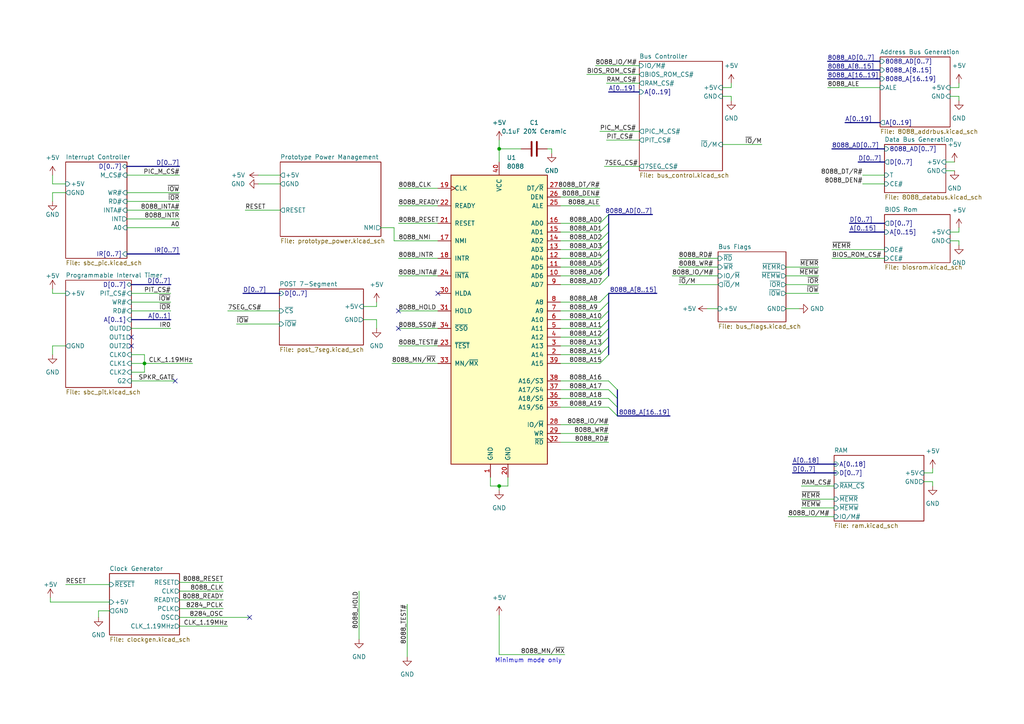
<source format=kicad_sch>
(kicad_sch
	(version 20231120)
	(generator "eeschema")
	(generator_version "8.0")
	(uuid "5e468d94-0319-44d1-a77f-2adc451eed13")
	(paper "A4")
	(lib_symbols
		(symbol "Device:C"
			(pin_numbers hide)
			(pin_names
				(offset 0.254)
			)
			(exclude_from_sim no)
			(in_bom yes)
			(on_board yes)
			(property "Reference" "C"
				(at 0.635 2.54 0)
				(effects
					(font
						(size 1.27 1.27)
					)
					(justify left)
				)
			)
			(property "Value" "C"
				(at 0.635 -2.54 0)
				(effects
					(font
						(size 1.27 1.27)
					)
					(justify left)
				)
			)
			(property "Footprint" ""
				(at 0.9652 -3.81 0)
				(effects
					(font
						(size 1.27 1.27)
					)
					(hide yes)
				)
			)
			(property "Datasheet" "~"
				(at 0 0 0)
				(effects
					(font
						(size 1.27 1.27)
					)
					(hide yes)
				)
			)
			(property "Description" "Unpolarized capacitor"
				(at 0 0 0)
				(effects
					(font
						(size 1.27 1.27)
					)
					(hide yes)
				)
			)
			(property "ki_keywords" "cap capacitor"
				(at 0 0 0)
				(effects
					(font
						(size 1.27 1.27)
					)
					(hide yes)
				)
			)
			(property "ki_fp_filters" "C_*"
				(at 0 0 0)
				(effects
					(font
						(size 1.27 1.27)
					)
					(hide yes)
				)
			)
			(symbol "C_0_1"
				(polyline
					(pts
						(xy -2.032 -0.762) (xy 2.032 -0.762)
					)
					(stroke
						(width 0.508)
						(type default)
					)
					(fill
						(type none)
					)
				)
				(polyline
					(pts
						(xy -2.032 0.762) (xy 2.032 0.762)
					)
					(stroke
						(width 0.508)
						(type default)
					)
					(fill
						(type none)
					)
				)
			)
			(symbol "C_1_1"
				(pin passive line
					(at 0 3.81 270)
					(length 2.794)
					(name "~"
						(effects
							(font
								(size 1.27 1.27)
							)
						)
					)
					(number "1"
						(effects
							(font
								(size 1.27 1.27)
							)
						)
					)
				)
				(pin passive line
					(at 0 -3.81 90)
					(length 2.794)
					(name "~"
						(effects
							(font
								(size 1.27 1.27)
							)
						)
					)
					(number "2"
						(effects
							(font
								(size 1.27 1.27)
							)
						)
					)
				)
			)
		)
		(symbol "MCU_Intel:8088"
			(pin_names
				(offset 1.016)
			)
			(exclude_from_sim no)
			(in_bom yes)
			(on_board yes)
			(property "Reference" "U"
				(at -12.7 43.18 0)
				(effects
					(font
						(size 1.27 1.27)
					)
				)
			)
			(property "Value" "8088"
				(at 10.16 43.18 0)
				(effects
					(font
						(size 1.27 1.27)
					)
				)
			)
			(property "Footprint" "Package_DIP:DIP-40_W15.24mm"
				(at 1.27 2.54 0)
				(effects
					(font
						(size 1.27 1.27)
						(italic yes)
					)
					(hide yes)
				)
			)
			(property "Datasheet" "http://datasheets.chipdb.org/Intel/x86/808x/datashts/8088/231456-006.pdf"
				(at 0 1.27 0)
				(effects
					(font
						(size 1.27 1.27)
					)
					(hide yes)
				)
			)
			(property "Description" "8088 (minimum mode), 8-Bit HMOS Microprocessor, PDIP-40"
				(at 0 0 0)
				(effects
					(font
						(size 1.27 1.27)
					)
					(hide yes)
				)
			)
			(property "ki_keywords" "MPRO"
				(at 0 0 0)
				(effects
					(font
						(size 1.27 1.27)
					)
					(hide yes)
				)
			)
			(property "ki_fp_filters" "DIP*W15.24mm*"
				(at 0 0 0)
				(effects
					(font
						(size 1.27 1.27)
					)
					(hide yes)
				)
			)
			(symbol "8088_0_1"
				(rectangle
					(start 13.97 -41.91)
					(end -13.97 41.91)
					(stroke
						(width 0.254)
						(type default)
					)
					(fill
						(type background)
					)
				)
			)
			(symbol "8088_1_1"
				(pin power_in line
					(at -2.54 -45.72 90)
					(length 3.81)
					(name "GND"
						(effects
							(font
								(size 1.27 1.27)
							)
						)
					)
					(number "1"
						(effects
							(font
								(size 1.27 1.27)
							)
						)
					)
				)
				(pin bidirectional line
					(at 17.78 12.7 180)
					(length 3.81)
					(name "AD6"
						(effects
							(font
								(size 1.27 1.27)
							)
						)
					)
					(number "10"
						(effects
							(font
								(size 1.27 1.27)
							)
						)
					)
				)
				(pin bidirectional line
					(at 17.78 15.24 180)
					(length 3.81)
					(name "AD5"
						(effects
							(font
								(size 1.27 1.27)
							)
						)
					)
					(number "11"
						(effects
							(font
								(size 1.27 1.27)
							)
						)
					)
				)
				(pin bidirectional line
					(at 17.78 17.78 180)
					(length 3.81)
					(name "AD4"
						(effects
							(font
								(size 1.27 1.27)
							)
						)
					)
					(number "12"
						(effects
							(font
								(size 1.27 1.27)
							)
						)
					)
				)
				(pin bidirectional line
					(at 17.78 20.32 180)
					(length 3.81)
					(name "AD3"
						(effects
							(font
								(size 1.27 1.27)
							)
						)
					)
					(number "13"
						(effects
							(font
								(size 1.27 1.27)
							)
						)
					)
				)
				(pin bidirectional line
					(at 17.78 22.86 180)
					(length 3.81)
					(name "AD2"
						(effects
							(font
								(size 1.27 1.27)
							)
						)
					)
					(number "14"
						(effects
							(font
								(size 1.27 1.27)
							)
						)
					)
				)
				(pin bidirectional line
					(at 17.78 25.4 180)
					(length 3.81)
					(name "AD1"
						(effects
							(font
								(size 1.27 1.27)
							)
						)
					)
					(number "15"
						(effects
							(font
								(size 1.27 1.27)
							)
						)
					)
				)
				(pin bidirectional line
					(at 17.78 27.94 180)
					(length 3.81)
					(name "AD0"
						(effects
							(font
								(size 1.27 1.27)
							)
						)
					)
					(number "16"
						(effects
							(font
								(size 1.27 1.27)
							)
						)
					)
				)
				(pin input line
					(at -17.78 22.86 0)
					(length 3.81)
					(name "NMI"
						(effects
							(font
								(size 1.27 1.27)
							)
						)
					)
					(number "17"
						(effects
							(font
								(size 1.27 1.27)
							)
						)
					)
				)
				(pin input line
					(at -17.78 17.78 0)
					(length 3.81)
					(name "INTR"
						(effects
							(font
								(size 1.27 1.27)
							)
						)
					)
					(number "18"
						(effects
							(font
								(size 1.27 1.27)
							)
						)
					)
				)
				(pin input clock
					(at -17.78 38.1 0)
					(length 3.81)
					(name "CLK"
						(effects
							(font
								(size 1.27 1.27)
							)
						)
					)
					(number "19"
						(effects
							(font
								(size 1.27 1.27)
							)
						)
					)
				)
				(pin output line
					(at 17.78 -10.16 180)
					(length 3.81)
					(name "A14"
						(effects
							(font
								(size 1.27 1.27)
							)
						)
					)
					(number "2"
						(effects
							(font
								(size 1.27 1.27)
							)
						)
					)
				)
				(pin power_in line
					(at 2.54 -45.72 90)
					(length 3.81)
					(name "GND"
						(effects
							(font
								(size 1.27 1.27)
							)
						)
					)
					(number "20"
						(effects
							(font
								(size 1.27 1.27)
							)
						)
					)
				)
				(pin input line
					(at -17.78 27.94 0)
					(length 3.81)
					(name "RESET"
						(effects
							(font
								(size 1.27 1.27)
							)
						)
					)
					(number "21"
						(effects
							(font
								(size 1.27 1.27)
							)
						)
					)
				)
				(pin input line
					(at -17.78 33.02 0)
					(length 3.81)
					(name "READY"
						(effects
							(font
								(size 1.27 1.27)
							)
						)
					)
					(number "22"
						(effects
							(font
								(size 1.27 1.27)
							)
						)
					)
				)
				(pin input line
					(at -17.78 -7.62 0)
					(length 3.81)
					(name "~{TEST}"
						(effects
							(font
								(size 1.27 1.27)
							)
						)
					)
					(number "23"
						(effects
							(font
								(size 1.27 1.27)
							)
						)
					)
				)
				(pin output line
					(at -17.78 12.7 0)
					(length 3.81)
					(name "~{INTA}"
						(effects
							(font
								(size 1.27 1.27)
							)
						)
					)
					(number "24"
						(effects
							(font
								(size 1.27 1.27)
							)
						)
					)
				)
				(pin output line
					(at 17.78 33.02 180)
					(length 3.81)
					(name "ALE"
						(effects
							(font
								(size 1.27 1.27)
							)
						)
					)
					(number "25"
						(effects
							(font
								(size 1.27 1.27)
							)
						)
					)
				)
				(pin output line
					(at 17.78 35.56 180)
					(length 3.81)
					(name "DEN"
						(effects
							(font
								(size 1.27 1.27)
							)
						)
					)
					(number "26"
						(effects
							(font
								(size 1.27 1.27)
							)
						)
					)
				)
				(pin output line
					(at 17.78 38.1 180)
					(length 3.81)
					(name "DT/~{R}"
						(effects
							(font
								(size 1.27 1.27)
							)
						)
					)
					(number "27"
						(effects
							(font
								(size 1.27 1.27)
							)
						)
					)
				)
				(pin output line
					(at 17.78 -30.48 180)
					(length 3.81)
					(name "IO/~{M}"
						(effects
							(font
								(size 1.27 1.27)
							)
						)
					)
					(number "28"
						(effects
							(font
								(size 1.27 1.27)
							)
						)
					)
				)
				(pin output line
					(at 17.78 -33.02 180)
					(length 3.81)
					(name "WR"
						(effects
							(font
								(size 1.27 1.27)
							)
						)
					)
					(number "29"
						(effects
							(font
								(size 1.27 1.27)
							)
						)
					)
				)
				(pin output line
					(at 17.78 -7.62 180)
					(length 3.81)
					(name "A13"
						(effects
							(font
								(size 1.27 1.27)
							)
						)
					)
					(number "3"
						(effects
							(font
								(size 1.27 1.27)
							)
						)
					)
				)
				(pin output line
					(at -17.78 7.62 0)
					(length 3.81)
					(name "HLDA"
						(effects
							(font
								(size 1.27 1.27)
							)
						)
					)
					(number "30"
						(effects
							(font
								(size 1.27 1.27)
							)
						)
					)
				)
				(pin input line
					(at -17.78 2.54 0)
					(length 3.81)
					(name "HOLD"
						(effects
							(font
								(size 1.27 1.27)
							)
						)
					)
					(number "31"
						(effects
							(font
								(size 1.27 1.27)
							)
						)
					)
				)
				(pin output output_low
					(at 17.78 -35.56 180)
					(length 3.81)
					(name "~{RD}"
						(effects
							(font
								(size 1.27 1.27)
							)
						)
					)
					(number "32"
						(effects
							(font
								(size 1.27 1.27)
							)
						)
					)
				)
				(pin input line
					(at -17.78 -12.7 0)
					(length 3.81)
					(name "MN/~{MX}"
						(effects
							(font
								(size 1.27 1.27)
							)
						)
					)
					(number "33"
						(effects
							(font
								(size 1.27 1.27)
							)
						)
					)
				)
				(pin output line
					(at -17.78 -2.54 0)
					(length 3.81)
					(name "~{SSO}"
						(effects
							(font
								(size 1.27 1.27)
							)
						)
					)
					(number "34"
						(effects
							(font
								(size 1.27 1.27)
							)
						)
					)
				)
				(pin output line
					(at 17.78 -25.4 180)
					(length 3.81)
					(name "A19/S6"
						(effects
							(font
								(size 1.27 1.27)
							)
						)
					)
					(number "35"
						(effects
							(font
								(size 1.27 1.27)
							)
						)
					)
				)
				(pin output line
					(at 17.78 -22.86 180)
					(length 3.81)
					(name "A18/S5"
						(effects
							(font
								(size 1.27 1.27)
							)
						)
					)
					(number "36"
						(effects
							(font
								(size 1.27 1.27)
							)
						)
					)
				)
				(pin output line
					(at 17.78 -20.32 180)
					(length 3.81)
					(name "A17/S4"
						(effects
							(font
								(size 1.27 1.27)
							)
						)
					)
					(number "37"
						(effects
							(font
								(size 1.27 1.27)
							)
						)
					)
				)
				(pin output line
					(at 17.78 -17.78 180)
					(length 3.81)
					(name "A16/S3"
						(effects
							(font
								(size 1.27 1.27)
							)
						)
					)
					(number "38"
						(effects
							(font
								(size 1.27 1.27)
							)
						)
					)
				)
				(pin output line
					(at 17.78 -12.7 180)
					(length 3.81)
					(name "A15"
						(effects
							(font
								(size 1.27 1.27)
							)
						)
					)
					(number "39"
						(effects
							(font
								(size 1.27 1.27)
							)
						)
					)
				)
				(pin output line
					(at 17.78 -5.08 180)
					(length 3.81)
					(name "A12"
						(effects
							(font
								(size 1.27 1.27)
							)
						)
					)
					(number "4"
						(effects
							(font
								(size 1.27 1.27)
							)
						)
					)
				)
				(pin power_in line
					(at 0 45.72 270)
					(length 3.81)
					(name "VCC"
						(effects
							(font
								(size 1.27 1.27)
							)
						)
					)
					(number "40"
						(effects
							(font
								(size 1.27 1.27)
							)
						)
					)
				)
				(pin output line
					(at 17.78 -2.54 180)
					(length 3.81)
					(name "A11"
						(effects
							(font
								(size 1.27 1.27)
							)
						)
					)
					(number "5"
						(effects
							(font
								(size 1.27 1.27)
							)
						)
					)
				)
				(pin output line
					(at 17.78 0 180)
					(length 3.81)
					(name "A10"
						(effects
							(font
								(size 1.27 1.27)
							)
						)
					)
					(number "6"
						(effects
							(font
								(size 1.27 1.27)
							)
						)
					)
				)
				(pin output line
					(at 17.78 2.54 180)
					(length 3.81)
					(name "A9"
						(effects
							(font
								(size 1.27 1.27)
							)
						)
					)
					(number "7"
						(effects
							(font
								(size 1.27 1.27)
							)
						)
					)
				)
				(pin output line
					(at 17.78 5.08 180)
					(length 3.81)
					(name "A8"
						(effects
							(font
								(size 1.27 1.27)
							)
						)
					)
					(number "8"
						(effects
							(font
								(size 1.27 1.27)
							)
						)
					)
				)
				(pin bidirectional line
					(at 17.78 10.16 180)
					(length 3.81)
					(name "AD7"
						(effects
							(font
								(size 1.27 1.27)
							)
						)
					)
					(number "9"
						(effects
							(font
								(size 1.27 1.27)
							)
						)
					)
				)
			)
		)
		(symbol "power:+5V"
			(power)
			(pin_names
				(offset 0)
			)
			(exclude_from_sim no)
			(in_bom yes)
			(on_board yes)
			(property "Reference" "#PWR"
				(at 0 -3.81 0)
				(effects
					(font
						(size 1.27 1.27)
					)
					(hide yes)
				)
			)
			(property "Value" "+5V"
				(at 0 3.556 0)
				(effects
					(font
						(size 1.27 1.27)
					)
				)
			)
			(property "Footprint" ""
				(at 0 0 0)
				(effects
					(font
						(size 1.27 1.27)
					)
					(hide yes)
				)
			)
			(property "Datasheet" ""
				(at 0 0 0)
				(effects
					(font
						(size 1.27 1.27)
					)
					(hide yes)
				)
			)
			(property "Description" "Power symbol creates a global label with name \"+5V\""
				(at 0 0 0)
				(effects
					(font
						(size 1.27 1.27)
					)
					(hide yes)
				)
			)
			(property "ki_keywords" "global power"
				(at 0 0 0)
				(effects
					(font
						(size 1.27 1.27)
					)
					(hide yes)
				)
			)
			(symbol "+5V_0_1"
				(polyline
					(pts
						(xy -0.762 1.27) (xy 0 2.54)
					)
					(stroke
						(width 0)
						(type default)
					)
					(fill
						(type none)
					)
				)
				(polyline
					(pts
						(xy 0 0) (xy 0 2.54)
					)
					(stroke
						(width 0)
						(type default)
					)
					(fill
						(type none)
					)
				)
				(polyline
					(pts
						(xy 0 2.54) (xy 0.762 1.27)
					)
					(stroke
						(width 0)
						(type default)
					)
					(fill
						(type none)
					)
				)
			)
			(symbol "+5V_1_1"
				(pin power_in line
					(at 0 0 90)
					(length 0) hide
					(name "+5V"
						(effects
							(font
								(size 1.27 1.27)
							)
						)
					)
					(number "1"
						(effects
							(font
								(size 1.27 1.27)
							)
						)
					)
				)
			)
		)
		(symbol "power:GND"
			(power)
			(pin_names
				(offset 0)
			)
			(exclude_from_sim no)
			(in_bom yes)
			(on_board yes)
			(property "Reference" "#PWR"
				(at 0 -6.35 0)
				(effects
					(font
						(size 1.27 1.27)
					)
					(hide yes)
				)
			)
			(property "Value" "GND"
				(at 0 -3.81 0)
				(effects
					(font
						(size 1.27 1.27)
					)
				)
			)
			(property "Footprint" ""
				(at 0 0 0)
				(effects
					(font
						(size 1.27 1.27)
					)
					(hide yes)
				)
			)
			(property "Datasheet" ""
				(at 0 0 0)
				(effects
					(font
						(size 1.27 1.27)
					)
					(hide yes)
				)
			)
			(property "Description" "Power symbol creates a global label with name \"GND\" , ground"
				(at 0 0 0)
				(effects
					(font
						(size 1.27 1.27)
					)
					(hide yes)
				)
			)
			(property "ki_keywords" "global power"
				(at 0 0 0)
				(effects
					(font
						(size 1.27 1.27)
					)
					(hide yes)
				)
			)
			(symbol "GND_0_1"
				(polyline
					(pts
						(xy 0 0) (xy 0 -1.27) (xy 1.27 -1.27) (xy 0 -2.54) (xy -1.27 -1.27) (xy 0 -1.27)
					)
					(stroke
						(width 0)
						(type default)
					)
					(fill
						(type none)
					)
				)
			)
			(symbol "GND_1_1"
				(pin power_in line
					(at 0 0 270)
					(length 0) hide
					(name "GND"
						(effects
							(font
								(size 1.27 1.27)
							)
						)
					)
					(number "1"
						(effects
							(font
								(size 1.27 1.27)
							)
						)
					)
				)
			)
		)
	)
	(bus_alias "A0..19"
		(members "LA0" "LA1" "LA2" "LA3" "LA4" "LA5" "LA6" "LA7" "LA8" "LA9" "LA10"
			"LA11" "LA12" "LA13" "LA14" "LA15" "LA16" "LA17" "LA18" "LA19"
		)
	)
	(bus_alias "A16..19"
		(members "A16/S3" "A17/S4" "A18/S5" "A19/S6")
	)
	(bus_alias "A8..15"
		(members "A8" "A9" "A10" "A11" "A12" "A13" "A14" "A15")
	)
	(bus_alias "AD0..7"
		(members "AD0" "AD1" "AD2" "AD3" "AD4" "AD5" "AD6" "AD7")
	)
	(bus_alias "D0..7"
		(members "D0" "D1" "D2" "D3" "D4" "D5" "D6" "D7")
	)
	(bus_alias "DREQ[0..3]"
		(members "DRQ[0..3]")
	)
	(bus_alias "D[0..7]"
		(members "Q0" "Q1" "Q2" "Q3" "Q4" "Q5" "Q6" "Q7")
	)
	(bus_alias "IRQ[0..15]"
		(members "IR[0..15]")
	)
	(junction
		(at 144.78 140.97)
		(diameter 0)
		(color 0 0 0 0)
		(uuid "59210129-4403-4bc9-9130-f4ac4b8ed74f")
	)
	(junction
		(at 144.78 43.18)
		(diameter 0)
		(color 0 0 0 0)
		(uuid "88eecacf-f460-42b1-9a03-cb2c5676ff66")
	)
	(junction
		(at 41.91 105.41)
		(diameter 0)
		(color 0 0 0 0)
		(uuid "d5563b10-8dea-4213-948b-39a9d462f24e")
	)
	(no_connect
		(at 38.1 97.79)
		(uuid "45195ca4-9a93-4381-abbd-44fed350d99a")
	)
	(no_connect
		(at 72.39 179.07)
		(uuid "57cc7d74-27d6-45db-a4bd-5c3c78ce4164")
	)
	(no_connect
		(at 50.8 110.49)
		(uuid "58618c03-749a-433f-82ce-5abb3a787641")
	)
	(no_connect
		(at 115.57 90.17)
		(uuid "6c5e46a7-d56b-4e54-9193-472175b84afe")
	)
	(no_connect
		(at 115.57 95.25)
		(uuid "89534e02-a1d7-431b-8045-a9793b31df0b")
	)
	(no_connect
		(at 38.1 100.33)
		(uuid "a4c5b65a-5510-4d23-b4aa-bd9433ae78ed")
	)
	(no_connect
		(at 127 85.09)
		(uuid "ce609938-5e46-44a4-8bf6-ad8b1c28bc21")
	)
	(bus_entry
		(at 176.53 113.03)
		(size 2.54 2.54)
		(stroke
			(width 0)
			(type default)
		)
		(uuid "0407d60b-50c3-41dc-96bb-17f87b03dffb")
	)
	(bus_entry
		(at 176.53 110.49)
		(size 2.54 2.54)
		(stroke
			(width 0)
			(type default)
		)
		(uuid "0adca075-79bf-48d8-9858-6b596d065a7e")
	)
	(bus_entry
		(at 173.99 67.31)
		(size 2.54 -2.54)
		(stroke
			(width 0)
			(type default)
		)
		(uuid "2a138c16-803e-4ef7-9e42-e714a5d5dbe1")
	)
	(bus_entry
		(at 173.99 95.25)
		(size 2.54 -2.54)
		(stroke
			(width 0)
			(type default)
		)
		(uuid "2e630c06-47e1-4971-b8cd-57b7dff14fcf")
	)
	(bus_entry
		(at 173.99 72.39)
		(size 2.54 -2.54)
		(stroke
			(width 0)
			(type default)
		)
		(uuid "314daaba-6a4b-4537-b858-c183a8f5c883")
	)
	(bus_entry
		(at 173.99 100.33)
		(size 2.54 -2.54)
		(stroke
			(width 0)
			(type default)
		)
		(uuid "4dd017d4-2036-4b0b-8e0c-435d1bb7893c")
	)
	(bus_entry
		(at 173.99 102.87)
		(size 2.54 -2.54)
		(stroke
			(width 0)
			(type default)
		)
		(uuid "57ec8902-344f-429b-b2df-e6eccdede82f")
	)
	(bus_entry
		(at 173.99 97.79)
		(size 2.54 -2.54)
		(stroke
			(width 0)
			(type default)
		)
		(uuid "602ecc85-35b2-4cde-9f72-5a9fcccb0e5d")
	)
	(bus_entry
		(at 173.99 80.01)
		(size 2.54 -2.54)
		(stroke
			(width 0)
			(type default)
		)
		(uuid "6b0b97b5-b85e-47c0-98b8-0849bc6616e4")
	)
	(bus_entry
		(at 173.99 90.17)
		(size 2.54 -2.54)
		(stroke
			(width 0)
			(type default)
		)
		(uuid "6cfc6339-1567-4be8-96d5-eda0188c1029")
	)
	(bus_entry
		(at 173.99 74.93)
		(size 2.54 -2.54)
		(stroke
			(width 0)
			(type default)
		)
		(uuid "6f9f1235-cfe3-47b5-a077-4f9ca94e041c")
	)
	(bus_entry
		(at 173.99 77.47)
		(size 2.54 -2.54)
		(stroke
			(width 0)
			(type default)
		)
		(uuid "79f226f8-2b4a-436d-8062-e51b590cb93b")
	)
	(bus_entry
		(at 176.53 118.11)
		(size 2.54 2.54)
		(stroke
			(width 0)
			(type default)
		)
		(uuid "80600c0c-50be-4043-aa09-84896a8fd7fe")
	)
	(bus_entry
		(at 173.99 87.63)
		(size 2.54 -2.54)
		(stroke
			(width 0)
			(type default)
		)
		(uuid "81ee606c-4afc-47d2-895a-08cdc1c9c79d")
	)
	(bus_entry
		(at 173.99 82.55)
		(size 2.54 -2.54)
		(stroke
			(width 0)
			(type default)
		)
		(uuid "8820f6c0-9552-483b-9edb-218b892fb237")
	)
	(bus_entry
		(at 173.99 64.77)
		(size 2.54 -2.54)
		(stroke
			(width 0)
			(type default)
		)
		(uuid "884a027f-1e03-48e9-b413-d0858a5fc58c")
	)
	(bus_entry
		(at 173.99 92.71)
		(size 2.54 -2.54)
		(stroke
			(width 0)
			(type default)
		)
		(uuid "b4c879b4-fe5b-4219-a96b-f2ed6ba6f681")
	)
	(bus_entry
		(at 173.99 69.85)
		(size 2.54 -2.54)
		(stroke
			(width 0)
			(type default)
		)
		(uuid "b93eaa3f-1eb9-4e91-89ca-db153aa9f6e9")
	)
	(bus_entry
		(at 176.53 115.57)
		(size 2.54 2.54)
		(stroke
			(width 0)
			(type default)
		)
		(uuid "e80a1162-7e4a-4784-b925-add1a81c6cd0")
	)
	(bus_entry
		(at 173.99 105.41)
		(size 2.54 -2.54)
		(stroke
			(width 0)
			(type default)
		)
		(uuid "fd3735b0-7a39-4cc1-8f3f-19c5f087e059")
	)
	(wire
		(pts
			(xy 162.56 90.17) (xy 173.99 90.17)
		)
		(stroke
			(width 0)
			(type default)
		)
		(uuid "012e2ac3-7459-4234-92b2-80463361593b")
	)
	(wire
		(pts
			(xy 275.59 67.31) (xy 278.13 67.31)
		)
		(stroke
			(width 0)
			(type default)
		)
		(uuid "016a2497-45d7-48ea-87f7-5df5fb65aba0")
	)
	(wire
		(pts
			(xy 36.83 66.04) (xy 52.07 66.04)
		)
		(stroke
			(width 0)
			(type default)
		)
		(uuid "03cf978b-6076-44cb-a007-40a13ce5b906")
	)
	(bus
		(pts
			(xy 240.03 20.32) (xy 255.27 20.32)
		)
		(stroke
			(width 0)
			(type default)
		)
		(uuid "04567156-d22e-4844-aef2-0713755d7fe3")
	)
	(wire
		(pts
			(xy 241.3 74.93) (xy 256.54 74.93)
		)
		(stroke
			(width 0)
			(type default)
		)
		(uuid "054156de-f474-4e63-86d8-33d6dfa0ca84")
	)
	(wire
		(pts
			(xy 274.32 46.99) (xy 276.86 46.99)
		)
		(stroke
			(width 0)
			(type default)
		)
		(uuid "05fd3c6b-c3a3-4152-bc24-986259c49e2b")
	)
	(wire
		(pts
			(xy 241.935 144.78) (xy 232.41 144.78)
		)
		(stroke
			(width 0)
			(type default)
		)
		(uuid "0b7183f8-2e72-475c-8a1e-49bb96edbe94")
	)
	(bus
		(pts
			(xy 38.1 92.71) (xy 49.53 92.71)
		)
		(stroke
			(width 0)
			(type default)
		)
		(uuid "0d095722-1c11-4523-8bda-219490f8400a")
	)
	(wire
		(pts
			(xy 172.72 19.05) (xy 185.42 19.05)
		)
		(stroke
			(width 0)
			(type default)
		)
		(uuid "0d0b3c4f-47ed-4c9a-8ef4-83c840736d67")
	)
	(bus
		(pts
			(xy 176.53 90.17) (xy 176.53 87.63)
		)
		(stroke
			(width 0)
			(type default)
		)
		(uuid "0df0ff0e-8db0-4377-92d7-ee44960e8ce2")
	)
	(wire
		(pts
			(xy 162.56 128.27) (xy 176.53 128.27)
		)
		(stroke
			(width 0)
			(type default)
		)
		(uuid "0e4d5274-17f8-46b2-8fef-511f094c5fc3")
	)
	(wire
		(pts
			(xy 241.3 72.39) (xy 256.54 72.39)
		)
		(stroke
			(width 0)
			(type default)
		)
		(uuid "0ff7efa3-5cce-450d-bd9c-bf9b529b8697")
	)
	(wire
		(pts
			(xy 228.6 149.86) (xy 241.935 149.86)
		)
		(stroke
			(width 0)
			(type default)
		)
		(uuid "1185c4ae-cb63-447b-abd8-1c6b27e84e95")
	)
	(wire
		(pts
			(xy 74.93 53.34) (xy 81.28 53.34)
		)
		(stroke
			(width 0)
			(type default)
		)
		(uuid "119e7029-88df-4652-8825-db326b7138d7")
	)
	(wire
		(pts
			(xy 115.57 54.61) (xy 127 54.61)
		)
		(stroke
			(width 0)
			(type default)
		)
		(uuid "1291a94f-2c38-4a15-999a-93149c650922")
	)
	(wire
		(pts
			(xy 278.13 25.4) (xy 278.13 24.13)
		)
		(stroke
			(width 0)
			(type default)
		)
		(uuid "154b50d6-f350-477b-a195-ed0303fab1c0")
	)
	(wire
		(pts
			(xy 14.605 174.625) (xy 14.605 173.355)
		)
		(stroke
			(width 0)
			(type default)
		)
		(uuid "1596491e-2fc6-467b-9e4b-2e4aacc8122c")
	)
	(wire
		(pts
			(xy 209.55 27.94) (xy 212.09 27.94)
		)
		(stroke
			(width 0)
			(type default)
		)
		(uuid "185b1c3c-29d4-41af-904d-8ae85be959a9")
	)
	(wire
		(pts
			(xy 142.24 140.97) (xy 144.78 140.97)
		)
		(stroke
			(width 0)
			(type default)
		)
		(uuid "1b4271b6-e20a-446f-8605-60e71fcb94f2")
	)
	(wire
		(pts
			(xy 115.57 90.17) (xy 127 90.17)
		)
		(stroke
			(width 0)
			(type default)
		)
		(uuid "1b6afb11-113c-4d62-a549-3d25030c52f2")
	)
	(wire
		(pts
			(xy 41.91 102.87) (xy 41.91 105.41)
		)
		(stroke
			(width 0)
			(type default)
		)
		(uuid "1d6c3f4e-1588-4eff-8c4a-6e00788f0b41")
	)
	(wire
		(pts
			(xy 162.56 100.33) (xy 173.99 100.33)
		)
		(stroke
			(width 0)
			(type default)
		)
		(uuid "2077517e-9fe1-4bf7-a4e5-78250ac67182")
	)
	(wire
		(pts
			(xy 144.78 40.64) (xy 144.78 43.18)
		)
		(stroke
			(width 0)
			(type default)
		)
		(uuid "246bf435-e49e-4f44-ae2b-50b83074a211")
	)
	(wire
		(pts
			(xy 118.11 175.26) (xy 118.11 190.5)
		)
		(stroke
			(width 0)
			(type default)
		)
		(uuid "25338be7-d945-480d-9e48-2f35ce53feb1")
	)
	(wire
		(pts
			(xy 162.56 77.47) (xy 173.99 77.47)
		)
		(stroke
			(width 0)
			(type default)
		)
		(uuid "2745c285-103a-4440-8e41-32e3f0791dc8")
	)
	(wire
		(pts
			(xy 162.56 123.19) (xy 176.53 123.19)
		)
		(stroke
			(width 0)
			(type default)
		)
		(uuid "274846e4-27db-4087-9ad6-396cd1013460")
	)
	(bus
		(pts
			(xy 176.53 67.31) (xy 176.53 64.77)
		)
		(stroke
			(width 0)
			(type default)
		)
		(uuid "287fff68-ec32-41c6-abb4-a2b18aca6aea")
	)
	(bus
		(pts
			(xy 176.53 87.63) (xy 176.53 85.09)
		)
		(stroke
			(width 0)
			(type default)
		)
		(uuid "28a0fbac-668d-4a0b-a8e2-33392ecf0490")
	)
	(wire
		(pts
			(xy 175.895 24.13) (xy 185.42 24.13)
		)
		(stroke
			(width 0)
			(type default)
		)
		(uuid "28caa993-6df2-4d28-bead-ab712b7bc48c")
	)
	(wire
		(pts
			(xy 68.58 93.98) (xy 81.026 93.98)
		)
		(stroke
			(width 0)
			(type default)
		)
		(uuid "2926cbc2-3c0a-4192-a685-26fbdf55b34e")
	)
	(bus
		(pts
			(xy 176.53 64.77) (xy 176.53 62.23)
		)
		(stroke
			(width 0)
			(type default)
		)
		(uuid "2d2b5387-65fc-41b8-9e87-aaaa7b1ea29a")
	)
	(bus
		(pts
			(xy 176.53 72.39) (xy 176.53 69.85)
		)
		(stroke
			(width 0)
			(type default)
		)
		(uuid "2e7c5d28-f1c2-4a6d-8894-b20bb69b080d")
	)
	(bus
		(pts
			(xy 176.53 95.25) (xy 176.53 92.71)
		)
		(stroke
			(width 0)
			(type default)
		)
		(uuid "2e8c0db4-622f-4240-a737-2829510a9406")
	)
	(wire
		(pts
			(xy 15.24 85.09) (xy 19.05 85.09)
		)
		(stroke
			(width 0)
			(type default)
		)
		(uuid "2fa75d92-bbf7-4c5b-99f7-478037f2c51b")
	)
	(wire
		(pts
			(xy 144.78 178.435) (xy 144.78 189.865)
		)
		(stroke
			(width 0)
			(type default)
		)
		(uuid "30e1121b-6d6d-43b7-a5dc-02f6f76e72b0")
	)
	(bus
		(pts
			(xy 176.53 74.93) (xy 176.53 72.39)
		)
		(stroke
			(width 0)
			(type default)
		)
		(uuid "3885efac-29f6-4d00-944b-d2b90ee21c8a")
	)
	(wire
		(pts
			(xy 144.78 142.24) (xy 144.78 140.97)
		)
		(stroke
			(width 0)
			(type default)
		)
		(uuid "38ece905-6fcb-4c16-80cb-c9de430880bd")
	)
	(wire
		(pts
			(xy 194.945 80.01) (xy 208.28 80.01)
		)
		(stroke
			(width 0)
			(type default)
		)
		(uuid "398e47d5-a377-47b7-b0a5-8d5e6d4b15ef")
	)
	(bus
		(pts
			(xy 176.53 85.09) (xy 190.5 85.09)
		)
		(stroke
			(width 0)
			(type default)
		)
		(uuid "39a0926c-3fa5-4fd1-80de-542b2fac66a5")
	)
	(wire
		(pts
			(xy 105.41 88.9) (xy 109.22 88.9)
		)
		(stroke
			(width 0)
			(type default)
		)
		(uuid "3b4928fa-8eb2-4b93-bb87-db03b7c2c89f")
	)
	(bus
		(pts
			(xy 36.83 48.26) (xy 52.07 48.26)
		)
		(stroke
			(width 0)
			(type default)
		)
		(uuid "3fd4a295-b950-4a31-8b7c-c9be30b3ec41")
	)
	(bus
		(pts
			(xy 245.11 35.56) (xy 255.27 35.56)
		)
		(stroke
			(width 0)
			(type default)
		)
		(uuid "432a48f6-146f-4439-b291-2f94187cbf02")
	)
	(wire
		(pts
			(xy 41.91 107.95) (xy 38.1 107.95)
		)
		(stroke
			(width 0)
			(type default)
		)
		(uuid "437da230-ff94-4b7c-8431-729092e7262e")
	)
	(wire
		(pts
			(xy 31.75 177.165) (xy 28.575 177.165)
		)
		(stroke
			(width 0)
			(type default)
		)
		(uuid "43cf0227-5d22-4605-841f-8c260e5613d3")
	)
	(bus
		(pts
			(xy 36.83 73.66) (xy 52.07 73.66)
		)
		(stroke
			(width 0)
			(type default)
		)
		(uuid "449dc477-bb63-4a89-8c46-88c29633996c")
	)
	(wire
		(pts
			(xy 38.1 102.87) (xy 41.91 102.87)
		)
		(stroke
			(width 0)
			(type default)
		)
		(uuid "45f296da-ac51-4156-b773-95d67425812f")
	)
	(bus
		(pts
			(xy 176.53 62.23) (xy 189.23 62.23)
		)
		(stroke
			(width 0)
			(type default)
		)
		(uuid "4a1b3594-b0c1-4205-b7d0-a9eb9feb9c05")
	)
	(wire
		(pts
			(xy 28.575 177.165) (xy 28.575 179.07)
		)
		(stroke
			(width 0)
			(type default)
		)
		(uuid "4d7d8d35-1a20-4949-93e1-1dc6d24e6e04")
	)
	(wire
		(pts
			(xy 14.605 174.625) (xy 31.75 174.625)
		)
		(stroke
			(width 0)
			(type default)
		)
		(uuid "510bfb4d-64b2-48c2-b451-5090b413273c")
	)
	(wire
		(pts
			(xy 162.56 54.61) (xy 173.99 54.61)
		)
		(stroke
			(width 0)
			(type default)
		)
		(uuid "52de3a84-790c-4d45-bdfc-f2b2eeb29fae")
	)
	(wire
		(pts
			(xy 162.56 118.11) (xy 176.53 118.11)
		)
		(stroke
			(width 0)
			(type default)
		)
		(uuid "5332d87c-3ff6-4d31-9d22-d306504159fa")
	)
	(wire
		(pts
			(xy 275.59 27.94) (xy 278.13 27.94)
		)
		(stroke
			(width 0)
			(type default)
		)
		(uuid "542a6c23-b637-416e-a962-e6812d3a0e8a")
	)
	(wire
		(pts
			(xy 66.04 90.17) (xy 81.026 90.17)
		)
		(stroke
			(width 0)
			(type default)
		)
		(uuid "55d4255a-bcaa-472b-8e19-e499166b8a89")
	)
	(wire
		(pts
			(xy 227.965 82.55) (xy 237.49 82.55)
		)
		(stroke
			(width 0)
			(type default)
		)
		(uuid "5683a205-68e9-4ebf-88b6-923eef2e2350")
	)
	(wire
		(pts
			(xy 38.1 85.09) (xy 49.53 85.09)
		)
		(stroke
			(width 0)
			(type default)
		)
		(uuid "56ca9d79-e97e-4130-aa83-f7e0d9609908")
	)
	(wire
		(pts
			(xy 162.56 102.87) (xy 173.99 102.87)
		)
		(stroke
			(width 0)
			(type default)
		)
		(uuid "58dc2619-0ca5-4db5-b33b-8d5429e10f8c")
	)
	(wire
		(pts
			(xy 104.14 171.45) (xy 104.14 185.42)
		)
		(stroke
			(width 0)
			(type default)
		)
		(uuid "596bcf61-0911-41ed-9543-87b8e8b9285a")
	)
	(wire
		(pts
			(xy 162.56 57.15) (xy 173.99 57.15)
		)
		(stroke
			(width 0)
			(type default)
		)
		(uuid "5abaad75-184e-4f15-ade3-64529f16e70f")
	)
	(wire
		(pts
			(xy 36.83 63.5) (xy 52.07 63.5)
		)
		(stroke
			(width 0)
			(type default)
		)
		(uuid "5b65349b-58ed-4643-b9f7-805a8817ba95")
	)
	(wire
		(pts
			(xy 162.56 82.55) (xy 173.99 82.55)
		)
		(stroke
			(width 0)
			(type default)
		)
		(uuid "5d0a31b0-44bc-458c-b55c-b9562bf13314")
	)
	(wire
		(pts
			(xy 162.56 125.73) (xy 176.53 125.73)
		)
		(stroke
			(width 0)
			(type default)
		)
		(uuid "5d21b422-84c8-489e-8ccf-5c3174d2f684")
	)
	(wire
		(pts
			(xy 208.28 82.55) (xy 196.85 82.55)
		)
		(stroke
			(width 0)
			(type default)
		)
		(uuid "5d2bed67-9e60-4047-a019-d22d1afa67ef")
	)
	(wire
		(pts
			(xy 267.97 137.16) (xy 270.51 137.16)
		)
		(stroke
			(width 0)
			(type default)
		)
		(uuid "5d709f99-2dbc-4fcd-8a28-c0c1d4bafa01")
	)
	(wire
		(pts
			(xy 19.05 100.33) (xy 15.24 100.33)
		)
		(stroke
			(width 0)
			(type default)
		)
		(uuid "5e41a5cc-7d0c-49fa-8202-8308d1c358a8")
	)
	(wire
		(pts
			(xy 278.13 67.31) (xy 278.13 66.04)
		)
		(stroke
			(width 0)
			(type default)
		)
		(uuid "5f1041af-11b8-4536-92b8-9354f993619c")
	)
	(bus
		(pts
			(xy 176.53 97.79) (xy 176.53 95.25)
		)
		(stroke
			(width 0)
			(type default)
		)
		(uuid "60617aec-2e31-4f1d-b411-750efe45d18b")
	)
	(wire
		(pts
			(xy 38.1 105.41) (xy 41.91 105.41)
		)
		(stroke
			(width 0)
			(type default)
		)
		(uuid "6457b98e-7f73-4322-b125-b0fd7ff49cd9")
	)
	(wire
		(pts
			(xy 196.85 77.47) (xy 208.28 77.47)
		)
		(stroke
			(width 0)
			(type default)
		)
		(uuid "64aa33f6-d67c-4272-b746-d86e13568e64")
	)
	(bus
		(pts
			(xy 229.87 137.16) (xy 242.57 137.16)
		)
		(stroke
			(width 0)
			(type default)
		)
		(uuid "65d5d2c6-8891-4911-8b81-ce36eeb132d0")
	)
	(bus
		(pts
			(xy 246.38 64.77) (xy 256.54 64.77)
		)
		(stroke
			(width 0)
			(type default)
		)
		(uuid "65fa7362-3d02-4996-b6a0-e939b0980494")
	)
	(wire
		(pts
			(xy 38.1 95.25) (xy 49.53 95.25)
		)
		(stroke
			(width 0)
			(type default)
		)
		(uuid "6831f5ec-9112-4963-af04-d7ad75c8df51")
	)
	(bus
		(pts
			(xy 246.38 67.31) (xy 256.54 67.31)
		)
		(stroke
			(width 0)
			(type default)
		)
		(uuid "6aa08acd-df10-479b-a404-3ac7dfab11e7")
	)
	(bus
		(pts
			(xy 229.87 134.62) (xy 242.57 134.62)
		)
		(stroke
			(width 0)
			(type default)
		)
		(uuid "6aa37e66-e131-4b7f-8886-22098e312de3")
	)
	(wire
		(pts
			(xy 109.22 88.9) (xy 109.22 87.63)
		)
		(stroke
			(width 0)
			(type default)
		)
		(uuid "6c39e74c-fe5b-4153-b90b-68bfac2000df")
	)
	(wire
		(pts
			(xy 278.13 69.85) (xy 278.13 71.12)
		)
		(stroke
			(width 0)
			(type default)
		)
		(uuid "6ee6c51b-0889-460f-8f23-d8985a80e966")
	)
	(bus
		(pts
			(xy 179.07 113.03) (xy 179.07 115.57)
		)
		(stroke
			(width 0)
			(type default)
		)
		(uuid "70717f6a-4a03-40cc-855b-b688203f99e9")
	)
	(wire
		(pts
			(xy 162.56 59.69) (xy 173.99 59.69)
		)
		(stroke
			(width 0)
			(type default)
		)
		(uuid "71a0f581-e832-4429-ba8f-59470bd069e0")
	)
	(bus
		(pts
			(xy 176.53 80.01) (xy 176.53 77.47)
		)
		(stroke
			(width 0)
			(type default)
		)
		(uuid "72eb2a0d-788c-4701-bdb1-f5be7717d31b")
	)
	(wire
		(pts
			(xy 144.78 43.18) (xy 144.78 46.99)
		)
		(stroke
			(width 0)
			(type default)
		)
		(uuid "752dca54-9708-4911-8cb9-cca68c572b1f")
	)
	(wire
		(pts
			(xy 227.965 85.09) (xy 237.49 85.09)
		)
		(stroke
			(width 0)
			(type default)
		)
		(uuid "7691bc13-d902-442a-a593-ed0029946a17")
	)
	(wire
		(pts
			(xy 162.56 95.25) (xy 173.99 95.25)
		)
		(stroke
			(width 0)
			(type default)
		)
		(uuid "7f85e3a1-dbc4-43b9-9716-187f40cd0482")
	)
	(wire
		(pts
			(xy 227.965 89.535) (xy 231.775 89.535)
		)
		(stroke
			(width 0)
			(type default)
		)
		(uuid "80a92a92-f3d5-4383-a371-4ba224c993c5")
	)
	(wire
		(pts
			(xy 162.56 64.77) (xy 173.99 64.77)
		)
		(stroke
			(width 0)
			(type default)
		)
		(uuid "855a9587-2feb-4f89-9b52-8c0f4a605a13")
	)
	(bus
		(pts
			(xy 176.53 26.67) (xy 185.42 26.67)
		)
		(stroke
			(width 0)
			(type default)
		)
		(uuid "85dd89c6-ffa5-4b9f-817f-27da3f7f311a")
	)
	(bus
		(pts
			(xy 248.92 46.99) (xy 256.54 46.99)
		)
		(stroke
			(width 0)
			(type default)
		)
		(uuid "86fb540b-e8a8-4ac6-afe5-1f2fabfbe11c")
	)
	(wire
		(pts
			(xy 162.56 69.85) (xy 173.99 69.85)
		)
		(stroke
			(width 0)
			(type default)
		)
		(uuid "872a8d2e-692c-442a-88c3-e769fc6f4903")
	)
	(wire
		(pts
			(xy 113.665 105.41) (xy 127 105.41)
		)
		(stroke
			(width 0)
			(type default)
		)
		(uuid "87de7f2e-e271-4c17-b8e8-680ba5e7d634")
	)
	(wire
		(pts
			(xy 52.07 173.99) (xy 64.77 173.99)
		)
		(stroke
			(width 0)
			(type default)
		)
		(uuid "887c5a79-4f1a-4786-bdf0-ccd52d421766")
	)
	(wire
		(pts
			(xy 38.1 90.17) (xy 49.53 90.17)
		)
		(stroke
			(width 0)
			(type default)
		)
		(uuid "88a84d05-0a0c-404e-bc1e-d67c20800d32")
	)
	(wire
		(pts
			(xy 52.07 179.07) (xy 72.39 179.07)
		)
		(stroke
			(width 0)
			(type default)
		)
		(uuid "8b9487c0-73bd-4864-895f-bafaa61672ba")
	)
	(wire
		(pts
			(xy 173.99 38.1) (xy 185.42 38.1)
		)
		(stroke
			(width 0)
			(type default)
		)
		(uuid "8bad785f-45c2-4b2d-9eea-859629813516")
	)
	(bus
		(pts
			(xy 38.1 82.55) (xy 49.53 82.55)
		)
		(stroke
			(width 0)
			(type default)
		)
		(uuid "8d781764-3e76-4958-973e-d35f739f2fe6")
	)
	(wire
		(pts
			(xy 109.22 92.71) (xy 109.22 95.25)
		)
		(stroke
			(width 0)
			(type default)
		)
		(uuid "8f052813-1cae-4eae-869e-c638f7d67f60")
	)
	(wire
		(pts
			(xy 162.56 74.93) (xy 173.99 74.93)
		)
		(stroke
			(width 0)
			(type default)
		)
		(uuid "93369f9e-7769-4fc6-af1d-cc38a17dded1")
	)
	(wire
		(pts
			(xy 241.935 147.32) (xy 232.41 147.32)
		)
		(stroke
			(width 0)
			(type default)
		)
		(uuid "93e41727-97b0-4a1b-a9a6-962dbb4ae252")
	)
	(wire
		(pts
			(xy 115.57 64.77) (xy 127 64.77)
		)
		(stroke
			(width 0)
			(type default)
		)
		(uuid "96709949-d526-4bb2-b461-129af6549a62")
	)
	(wire
		(pts
			(xy 114.3 66.04) (xy 110.49 66.04)
		)
		(stroke
			(width 0)
			(type default)
		)
		(uuid "981d6d0a-b1fb-4762-b1bf-b5f975b01988")
	)
	(wire
		(pts
			(xy 162.56 97.79) (xy 173.99 97.79)
		)
		(stroke
			(width 0)
			(type default)
		)
		(uuid "983d24dc-529a-4977-81ae-de01334cc2df")
	)
	(wire
		(pts
			(xy 250.19 53.34) (xy 256.54 53.34)
		)
		(stroke
			(width 0)
			(type default)
		)
		(uuid "9841d836-b6dd-461c-b83f-b1df7b882a4e")
	)
	(wire
		(pts
			(xy 41.91 105.41) (xy 41.91 107.95)
		)
		(stroke
			(width 0)
			(type default)
		)
		(uuid "9aee3292-dbbe-42b1-bbad-47105a3f9dfa")
	)
	(wire
		(pts
			(xy 162.56 87.63) (xy 173.99 87.63)
		)
		(stroke
			(width 0)
			(type default)
		)
		(uuid "9d2a98ef-c719-465f-86a3-76c9c9855902")
	)
	(wire
		(pts
			(xy 36.83 60.96) (xy 52.07 60.96)
		)
		(stroke
			(width 0)
			(type default)
		)
		(uuid "9e193b23-d7ab-47df-b9eb-83bd15411747")
	)
	(wire
		(pts
			(xy 275.59 25.4) (xy 278.13 25.4)
		)
		(stroke
			(width 0)
			(type default)
		)
		(uuid "9e4dbbcc-27ab-451d-84fc-812906092c34")
	)
	(wire
		(pts
			(xy 74.93 50.8) (xy 81.28 50.8)
		)
		(stroke
			(width 0)
			(type default)
		)
		(uuid "9f49c206-78d6-4c77-8672-0b180737bc86")
	)
	(wire
		(pts
			(xy 52.07 171.45) (xy 64.77 171.45)
		)
		(stroke
			(width 0)
			(type default)
		)
		(uuid "9ffc180a-ec34-4719-bae0-ebd385f8fe77")
	)
	(wire
		(pts
			(xy 36.83 50.8) (xy 52.07 50.8)
		)
		(stroke
			(width 0)
			(type default)
		)
		(uuid "a09c5bc8-d828-4fad-bb9a-8961dd24a754")
	)
	(wire
		(pts
			(xy 115.57 80.01) (xy 127 80.01)
		)
		(stroke
			(width 0)
			(type default)
		)
		(uuid "a167a651-a189-47f4-b489-40eb1beb381e")
	)
	(wire
		(pts
			(xy 15.24 55.88) (xy 15.24 58.42)
		)
		(stroke
			(width 0)
			(type default)
		)
		(uuid "a172cc94-5518-456b-9778-d5b4d719dedb")
	)
	(wire
		(pts
			(xy 274.32 49.53) (xy 276.86 49.53)
		)
		(stroke
			(width 0)
			(type default)
		)
		(uuid "a298c5d0-2018-4c03-b839-6e9c3639b12b")
	)
	(wire
		(pts
			(xy 270.51 137.16) (xy 270.51 135.89)
		)
		(stroke
			(width 0)
			(type default)
		)
		(uuid "a53da2fe-0437-4b94-ac1f-71b82baf932e")
	)
	(wire
		(pts
			(xy 250.19 50.8) (xy 256.54 50.8)
		)
		(stroke
			(width 0)
			(type default)
		)
		(uuid "a86e3741-9e7d-4b72-a416-92ee9dc91418")
	)
	(wire
		(pts
			(xy 158.75 43.18) (xy 160.02 43.18)
		)
		(stroke
			(width 0)
			(type default)
		)
		(uuid "a8f34e12-9c54-4459-b08b-4878f6934f55")
	)
	(wire
		(pts
			(xy 38.1 87.63) (xy 49.53 87.63)
		)
		(stroke
			(width 0)
			(type default)
		)
		(uuid "a91828e8-5832-44a8-93ba-d5ca154c0226")
	)
	(wire
		(pts
			(xy 275.59 69.85) (xy 278.13 69.85)
		)
		(stroke
			(width 0)
			(type default)
		)
		(uuid "aa20fe9d-c491-4b7d-864c-72f6718e9dfb")
	)
	(wire
		(pts
			(xy 162.56 72.39) (xy 173.99 72.39)
		)
		(stroke
			(width 0)
			(type default)
		)
		(uuid "aaa9e39e-d234-4904-9aa9-454cb4ce22d5")
	)
	(wire
		(pts
			(xy 15.24 50.8) (xy 15.24 53.34)
		)
		(stroke
			(width 0)
			(type default)
		)
		(uuid "aae1bd61-a85f-468f-9f3a-8dcc9d4f4e54")
	)
	(wire
		(pts
			(xy 105.41 92.71) (xy 109.22 92.71)
		)
		(stroke
			(width 0)
			(type default)
		)
		(uuid "acaf2b58-c3d6-4ccc-9bd1-ea99a522d0b7")
	)
	(wire
		(pts
			(xy 212.09 27.94) (xy 212.09 29.21)
		)
		(stroke
			(width 0)
			(type default)
		)
		(uuid "ae5f90fd-abc8-4fef-87cd-4ac44e4bb582")
	)
	(wire
		(pts
			(xy 36.83 55.88) (xy 52.07 55.88)
		)
		(stroke
			(width 0)
			(type default)
		)
		(uuid "aef77f85-91ac-4ecb-b6c9-16cff6ec4a05")
	)
	(wire
		(pts
			(xy 170.18 21.59) (xy 185.42 21.59)
		)
		(stroke
			(width 0)
			(type default)
		)
		(uuid "aefa36d9-7e7b-4460-ab6b-1f499d831bb6")
	)
	(wire
		(pts
			(xy 175.26 48.26) (xy 185.42 48.26)
		)
		(stroke
			(width 0)
			(type default)
		)
		(uuid "b1386661-e4f4-41d6-aeae-1ab4cabc7244")
	)
	(bus
		(pts
			(xy 179.07 120.65) (xy 194.31 120.65)
		)
		(stroke
			(width 0)
			(type default)
		)
		(uuid "b209b0bc-f8cb-4940-a1c9-06625f905548")
	)
	(wire
		(pts
			(xy 196.85 74.93) (xy 208.28 74.93)
		)
		(stroke
			(width 0)
			(type default)
		)
		(uuid "b396938a-9915-41c8-b31b-fe5225a30237")
	)
	(wire
		(pts
			(xy 19.05 169.545) (xy 31.75 169.545)
		)
		(stroke
			(width 0)
			(type default)
		)
		(uuid "b45b4416-40be-4663-bec4-c994d5c9358c")
	)
	(wire
		(pts
			(xy 52.07 168.91) (xy 64.77 168.91)
		)
		(stroke
			(width 0)
			(type default)
		)
		(uuid "b611cf2c-d49d-491f-b07e-344bd6950211")
	)
	(bus
		(pts
			(xy 176.53 69.85) (xy 176.53 67.31)
		)
		(stroke
			(width 0)
			(type default)
		)
		(uuid "b80248af-1ca1-48cd-af6b-eca03893ee32")
	)
	(wire
		(pts
			(xy 162.56 80.01) (xy 173.99 80.01)
		)
		(stroke
			(width 0)
			(type default)
		)
		(uuid "b85d5fdb-1024-470e-b725-fd36727c738d")
	)
	(wire
		(pts
			(xy 267.97 139.7) (xy 270.51 139.7)
		)
		(stroke
			(width 0)
			(type default)
		)
		(uuid "b89930cf-20ab-4f01-8910-889e8f7b0c77")
	)
	(wire
		(pts
			(xy 278.13 27.94) (xy 278.13 29.21)
		)
		(stroke
			(width 0)
			(type default)
		)
		(uuid "ba428dde-42b2-4f62-bfbd-26f496df4623")
	)
	(wire
		(pts
			(xy 209.55 25.4) (xy 212.09 25.4)
		)
		(stroke
			(width 0)
			(type default)
		)
		(uuid "bbade671-f91f-43df-a11e-5379f26d66c2")
	)
	(bus
		(pts
			(xy 176.53 92.71) (xy 176.53 90.17)
		)
		(stroke
			(width 0)
			(type default)
		)
		(uuid "bc86a0b5-963e-4d9c-840c-12f0eb97b235")
	)
	(wire
		(pts
			(xy 240.03 25.4) (xy 255.27 25.4)
		)
		(stroke
			(width 0)
			(type default)
		)
		(uuid "bcc147b7-e264-4338-bbfd-e94a006474b1")
	)
	(wire
		(pts
			(xy 114.3 69.85) (xy 114.3 66.04)
		)
		(stroke
			(width 0)
			(type default)
		)
		(uuid "bd699f1b-3c82-4681-b3cd-2b4edf28dcb3")
	)
	(wire
		(pts
			(xy 227.965 77.47) (xy 237.49 77.47)
		)
		(stroke
			(width 0)
			(type default)
		)
		(uuid "bddaa070-12c7-4544-8262-6bed61c1f26b")
	)
	(wire
		(pts
			(xy 205.105 89.535) (xy 208.28 89.535)
		)
		(stroke
			(width 0)
			(type default)
		)
		(uuid "bed9667e-0f83-435c-a883-734a78fb3228")
	)
	(wire
		(pts
			(xy 232.41 140.97) (xy 241.935 140.97)
		)
		(stroke
			(width 0)
			(type default)
		)
		(uuid "bf209381-1608-4dc9-8754-d756615c9f8b")
	)
	(wire
		(pts
			(xy 114.3 69.85) (xy 127 69.85)
		)
		(stroke
			(width 0)
			(type default)
		)
		(uuid "c11011d3-c516-4633-b2ef-44ca81172a86")
	)
	(wire
		(pts
			(xy 144.78 189.865) (xy 163.83 189.865)
		)
		(stroke
			(width 0)
			(type default)
		)
		(uuid "c16eecd8-097d-4b93-8b45-91a487ecb970")
	)
	(bus
		(pts
			(xy 179.07 115.57) (xy 179.07 118.11)
		)
		(stroke
			(width 0)
			(type default)
		)
		(uuid "c2e6cc97-76b6-46b1-a91e-f6ee31e75015")
	)
	(wire
		(pts
			(xy 36.83 58.42) (xy 52.07 58.42)
		)
		(stroke
			(width 0)
			(type default)
		)
		(uuid "c32dcca4-6499-4e11-a4f6-5fe3ed8c73bd")
	)
	(wire
		(pts
			(xy 212.09 25.4) (xy 212.09 24.13)
		)
		(stroke
			(width 0)
			(type default)
		)
		(uuid "c448a95a-9c23-4d7b-b332-6e71c6697d4f")
	)
	(wire
		(pts
			(xy 115.57 100.33) (xy 127 100.33)
		)
		(stroke
			(width 0)
			(type default)
		)
		(uuid "c615272f-5e45-4670-83e1-6c4184c47fe9")
	)
	(bus
		(pts
			(xy 240.03 22.86) (xy 255.27 22.86)
		)
		(stroke
			(width 0)
			(type default)
		)
		(uuid "c9c0df27-174c-4ea4-b891-be7d5f81cbd5")
	)
	(bus
		(pts
			(xy 176.53 77.47) (xy 176.53 74.93)
		)
		(stroke
			(width 0)
			(type default)
		)
		(uuid "cc8305ee-6e31-4f5d-bc8b-1dd7992322ac")
	)
	(wire
		(pts
			(xy 52.07 176.53) (xy 64.77 176.53)
		)
		(stroke
			(width 0)
			(type default)
		)
		(uuid "cf2cf6dc-1ad1-4a7e-8865-d9bc98f27a32")
	)
	(wire
		(pts
			(xy 160.02 43.18) (xy 160.02 44.45)
		)
		(stroke
			(width 0)
			(type default)
		)
		(uuid "d2d13f48-7bf3-4c4b-aec0-a459681931b0")
	)
	(wire
		(pts
			(xy 162.56 67.31) (xy 173.99 67.31)
		)
		(stroke
			(width 0)
			(type default)
		)
		(uuid "d3e70326-b990-43db-95f6-311ceff7f3fd")
	)
	(bus
		(pts
			(xy 241.3 43.18) (xy 256.54 43.18)
		)
		(stroke
			(width 0)
			(type default)
		)
		(uuid "d53116a6-ef28-43b2-8c6a-377ec6603b37")
	)
	(wire
		(pts
			(xy 41.91 105.41) (xy 55.88 105.41)
		)
		(stroke
			(width 0)
			(type default)
		)
		(uuid "d573cc72-5c0c-4acc-a0fd-223e7d39a9fd")
	)
	(wire
		(pts
			(xy 209.55 41.91) (xy 220.98 41.91)
		)
		(stroke
			(width 0)
			(type default)
		)
		(uuid "d6d34ab7-4b62-4d0e-9105-3b0aeacf599e")
	)
	(wire
		(pts
			(xy 52.07 181.61) (xy 66.04 181.61)
		)
		(stroke
			(width 0)
			(type default)
		)
		(uuid "dad76ef7-2f47-4c2c-8654-db411bf92eaa")
	)
	(wire
		(pts
			(xy 162.56 115.57) (xy 176.53 115.57)
		)
		(stroke
			(width 0)
			(type default)
		)
		(uuid "db1fbeb9-a423-4e19-9d55-fdea8d905e24")
	)
	(wire
		(pts
			(xy 142.24 138.43) (xy 142.24 140.97)
		)
		(stroke
			(width 0)
			(type default)
		)
		(uuid "df6246f9-d5a0-42dc-8463-5a66d9e10276")
	)
	(wire
		(pts
			(xy 19.05 55.88) (xy 15.24 55.88)
		)
		(stroke
			(width 0)
			(type default)
		)
		(uuid "df9cb071-729f-4057-85f8-fa8a65d5e48a")
	)
	(wire
		(pts
			(xy 144.78 43.18) (xy 151.13 43.18)
		)
		(stroke
			(width 0)
			(type default)
		)
		(uuid "dfa7c0db-2c46-4621-be56-98b6df7ed423")
	)
	(wire
		(pts
			(xy 147.32 138.43) (xy 147.32 140.97)
		)
		(stroke
			(width 0)
			(type default)
		)
		(uuid "e1303260-c6d8-4079-8f03-df25ff3d9898")
	)
	(wire
		(pts
			(xy 162.56 92.71) (xy 173.99 92.71)
		)
		(stroke
			(width 0)
			(type default)
		)
		(uuid "e18a10d8-a765-4f15-aff5-55e20aa8d431")
	)
	(wire
		(pts
			(xy 162.56 110.49) (xy 176.53 110.49)
		)
		(stroke
			(width 0)
			(type default)
		)
		(uuid "e609ec72-5195-4aa0-8f56-a7d47920302a")
	)
	(bus
		(pts
			(xy 179.07 120.65) (xy 179.07 118.11)
		)
		(stroke
			(width 0)
			(type default)
		)
		(uuid "e6ee237d-b3ab-409f-a185-8e133db8635d")
	)
	(bus
		(pts
			(xy 176.53 102.87) (xy 176.53 100.33)
		)
		(stroke
			(width 0)
			(type default)
		)
		(uuid "e73f768a-fb81-4437-9173-e9e7515835d9")
	)
	(bus
		(pts
			(xy 176.53 100.33) (xy 176.53 97.79)
		)
		(stroke
			(width 0)
			(type default)
		)
		(uuid "e76ecaca-99f0-4865-8ab9-9029274f258a")
	)
	(wire
		(pts
			(xy 115.57 74.93) (xy 127 74.93)
		)
		(stroke
			(width 0)
			(type default)
		)
		(uuid "ea344477-d4ac-481a-ba9c-f0fead620845")
	)
	(wire
		(pts
			(xy 270.51 139.7) (xy 270.51 140.97)
		)
		(stroke
			(width 0)
			(type default)
		)
		(uuid "ea3adf08-f316-4985-ae33-3916af2709fc")
	)
	(wire
		(pts
			(xy 15.24 53.34) (xy 19.05 53.34)
		)
		(stroke
			(width 0)
			(type default)
		)
		(uuid "eaba2db8-3c6b-413b-b97a-7dbeddc592b7")
	)
	(wire
		(pts
			(xy 162.56 113.03) (xy 176.53 113.03)
		)
		(stroke
			(width 0)
			(type default)
		)
		(uuid "ebcebc36-c88b-47b3-9dce-49ee21d59dd0")
	)
	(wire
		(pts
			(xy 38.1 110.49) (xy 50.8 110.49)
		)
		(stroke
			(width 0)
			(type default)
		)
		(uuid "ec1b3b43-a6ed-4005-ae2c-6dbccf61c723")
	)
	(wire
		(pts
			(xy 227.965 80.01) (xy 237.49 80.01)
		)
		(stroke
			(width 0)
			(type default)
		)
		(uuid "ec45e820-32a3-4fe1-b942-6a31797005b4")
	)
	(wire
		(pts
			(xy 15.24 100.33) (xy 15.24 102.87)
		)
		(stroke
			(width 0)
			(type default)
		)
		(uuid "edde0ff6-31d6-46f9-8595-467457e55012")
	)
	(bus
		(pts
			(xy 240.03 17.78) (xy 255.27 17.78)
		)
		(stroke
			(width 0)
			(type default)
		)
		(uuid "eea3b964-2f62-4a6c-b536-b0cb2bf38ed0")
	)
	(wire
		(pts
			(xy 115.57 59.69) (xy 127 59.69)
		)
		(stroke
			(width 0)
			(type default)
		)
		(uuid "f0d9e020-171c-43f5-9eb0-a46e55901039")
	)
	(wire
		(pts
			(xy 144.78 140.97) (xy 147.32 140.97)
		)
		(stroke
			(width 0)
			(type default)
		)
		(uuid "f0dea60a-660a-46cc-9310-5a3c4f9c36bf")
	)
	(wire
		(pts
			(xy 175.895 40.64) (xy 185.42 40.64)
		)
		(stroke
			(width 0)
			(type default)
		)
		(uuid "f3cebffb-e49c-4892-9268-3ef83654aa51")
	)
	(wire
		(pts
			(xy 115.57 95.25) (xy 127 95.25)
		)
		(stroke
			(width 0)
			(type default)
		)
		(uuid "f4b9c36f-afd4-4a57-95e2-0c658bbeab48")
	)
	(wire
		(pts
			(xy 15.24 85.09) (xy 15.24 83.82)
		)
		(stroke
			(width 0)
			(type default)
		)
		(uuid "f6d4da45-f120-4960-b448-dab6ed1e56cd")
	)
	(wire
		(pts
			(xy 81.28 60.96) (xy 71.12 60.96)
		)
		(stroke
			(width 0)
			(type default)
		)
		(uuid "f94a29db-e127-4c60-aa37-79e390c5e685")
	)
	(bus
		(pts
			(xy 70.485 85.09) (xy 81.28 85.09)
		)
		(stroke
			(width 0)
			(type default)
		)
		(uuid "fdd90e2b-fcd5-45e5-b03a-49a4d1deeda2")
	)
	(wire
		(pts
			(xy 162.56 105.41) (xy 173.99 105.41)
		)
		(stroke
			(width 0)
			(type default)
		)
		(uuid "ff43c7fb-58e2-41cf-8b77-8ecab3d0ba28")
	)
	(text "Minimum mode only"
		(exclude_from_sim no)
		(at 143.51 192.405 0)
		(effects
			(font
				(size 1.27 1.27)
			)
			(justify left bottom)
		)
		(uuid "db32643f-6fa3-4f61-a95f-7b825555306b")
	)
	(label "8088_A12"
		(at 165.1 97.79 0)
		(fields_autoplaced yes)
		(effects
			(font
				(size 1.27 1.27)
			)
			(justify left bottom)
		)
		(uuid "0159ea1c-e9c2-4495-bc7a-c8fdac465ae2")
	)
	(label "8088_INTA#"
		(at 52.07 60.96 180)
		(fields_autoplaced yes)
		(effects
			(font
				(size 1.27 1.27)
			)
			(justify right bottom)
		)
		(uuid "0338f8c1-a192-4286-b45a-eb562c36a1ba")
	)
	(label "8088_TEST#"
		(at 118.11 175.26 270)
		(fields_autoplaced yes)
		(effects
			(font
				(size 1.27 1.27)
			)
			(justify right bottom)
		)
		(uuid "062e99fe-12d8-41db-bc8a-937e7292ce0d")
	)
	(label "8088_AD7"
		(at 165.1 82.55 0)
		(fields_autoplaced yes)
		(effects
			(font
				(size 1.27 1.27)
			)
			(justify left bottom)
		)
		(uuid "06c239dc-e090-4cce-b0af-7a91fe838be1")
	)
	(label "8088_AD1"
		(at 165.1 67.31 0)
		(fields_autoplaced yes)
		(effects
			(font
				(size 1.27 1.27)
			)
			(justify left bottom)
		)
		(uuid "079ba56f-65bb-4999-85b2-b99791904197")
	)
	(label "8284_OSC"
		(at 64.77 179.07 180)
		(fields_autoplaced yes)
		(effects
			(font
				(size 1.27 1.27)
			)
			(justify right bottom)
		)
		(uuid "0a5b3463-e376-47af-95b6-4e19d432f786")
	)
	(label "8088_A[8..15]"
		(at 190.5 85.09 180)
		(fields_autoplaced yes)
		(effects
			(font
				(size 1.27 1.27)
			)
			(justify right bottom)
		)
		(uuid "0a885cb4-3363-46f3-91a8-b9d1c5f8843c")
	)
	(label "8088_A19"
		(at 165.1 118.11 0)
		(fields_autoplaced yes)
		(effects
			(font
				(size 1.27 1.27)
			)
			(justify left bottom)
		)
		(uuid "0f042c65-6e8e-4349-8774-2d6ef005ec3b")
	)
	(label "8088_AD[0..7]"
		(at 189.23 62.23 180)
		(fields_autoplaced yes)
		(effects
			(font
				(size 1.27 1.27)
			)
			(justify right bottom)
		)
		(uuid "0f3085ab-4e7c-42ee-9adb-508a05b9f86e")
	)
	(label "~{IOR}"
		(at 49.53 90.17 180)
		(fields_autoplaced yes)
		(effects
			(font
				(size 1.27 1.27)
			)
			(justify right bottom)
		)
		(uuid "0f85cce7-e0b7-4b86-8b48-6a24d30c2b97")
	)
	(label "RESET"
		(at 71.12 60.96 0)
		(fields_autoplaced yes)
		(effects
			(font
				(size 1.27 1.27)
			)
			(justify left bottom)
		)
		(uuid "10a0edc2-4b11-4eda-a19e-406ec87e3852")
	)
	(label "~{IOW}"
		(at 68.58 93.98 0)
		(fields_autoplaced yes)
		(effects
			(font
				(size 1.27 1.27)
			)
			(justify left bottom)
		)
		(uuid "11d14b44-3b2e-47a6-a740-6eba0bc30ade")
	)
	(label "A[0..1]"
		(at 49.53 92.71 180)
		(fields_autoplaced yes)
		(effects
			(font
				(size 1.27 1.27)
			)
			(justify right bottom)
		)
		(uuid "122bf94a-327b-4445-8487-0f510bea6538")
	)
	(label "8088_SSO#"
		(at 115.57 95.25 0)
		(fields_autoplaced yes)
		(effects
			(font
				(size 1.27 1.27)
			)
			(justify left bottom)
		)
		(uuid "1b71fce5-c7a4-4a88-88be-c2ca9fd324fb")
	)
	(label "PIT_CS#"
		(at 175.895 40.64 0)
		(fields_autoplaced yes)
		(effects
			(font
				(size 1.27 1.27)
			)
			(justify left bottom)
		)
		(uuid "1c11bd2c-2ca1-4f7f-a4bd-d869ec782300")
	)
	(label "8088_CLK"
		(at 115.57 54.61 0)
		(fields_autoplaced yes)
		(effects
			(font
				(size 1.27 1.27)
			)
			(justify left bottom)
		)
		(uuid "1e2a87d2-3444-4e0f-abab-1b49cfadcc88")
	)
	(label "8088_IO{slash}M#"
		(at 176.53 123.19 180)
		(fields_autoplaced yes)
		(effects
			(font
				(size 1.27 1.27)
			)
			(justify right bottom)
		)
		(uuid "1e7904e6-aeae-49a8-ad03-05b21e8756eb")
	)
	(label "8088_WR#"
		(at 196.85 77.47 0)
		(fields_autoplaced yes)
		(effects
			(font
				(size 1.27 1.27)
			)
			(justify left bottom)
		)
		(uuid "2626a0b1-74bb-45fe-9441-93a89c6f8e16")
	)
	(label "8088_A8"
		(at 165.1 87.63 0)
		(fields_autoplaced yes)
		(effects
			(font
				(size 1.27 1.27)
			)
			(justify left bottom)
		)
		(uuid "2686653f-f81d-4168-a1d6-01cbc36aa931")
	)
	(label "8088_MN{slash}~{MX}"
		(at 113.665 105.41 0)
		(fields_autoplaced yes)
		(effects
			(font
				(size 1.27 1.27)
			)
			(justify left bottom)
		)
		(uuid "29f4cd28-0146-463e-97c0-8c56f5527747")
	)
	(label "8088_A14"
		(at 165.1 102.87 0)
		(fields_autoplaced yes)
		(effects
			(font
				(size 1.27 1.27)
			)
			(justify left bottom)
		)
		(uuid "2a35de72-cdd7-44ad-a01e-9ffd7f7b3bdc")
	)
	(label "~{IOW}"
		(at 237.49 85.09 180)
		(fields_autoplaced yes)
		(effects
			(font
				(size 1.27 1.27)
			)
			(justify right bottom)
		)
		(uuid "2d0f35b2-7f5c-4cf7-a8ba-e27c4c56d86f")
	)
	(label "D[0..7]"
		(at 70.485 85.09 0)
		(fields_autoplaced yes)
		(effects
			(font
				(size 1.27 1.27)
			)
			(justify left bottom)
		)
		(uuid "31d7c20c-2288-4d5e-9f69-9fed91ba4c65")
	)
	(label "8088_CLK"
		(at 64.77 171.45 180)
		(fields_autoplaced yes)
		(effects
			(font
				(size 1.27 1.27)
			)
			(justify right bottom)
		)
		(uuid "3381f398-bc27-4bbf-ae46-ccea6ea73b05")
	)
	(label "8088_DT{slash}R#"
		(at 173.99 54.61 180)
		(fields_autoplaced yes)
		(effects
			(font
				(size 1.27 1.27)
			)
			(justify right bottom)
		)
		(uuid "3410d518-0728-477a-97b3-30604fec12cc")
	)
	(label "8088_A18"
		(at 165.1 115.57 0)
		(fields_autoplaced yes)
		(effects
			(font
				(size 1.27 1.27)
			)
			(justify left bottom)
		)
		(uuid "36f764df-8d06-4e8d-9389-0bd4da679b8c")
	)
	(label "8088_NMI"
		(at 115.57 69.85 0)
		(fields_autoplaced yes)
		(effects
			(font
				(size 1.27 1.27)
			)
			(justify left bottom)
		)
		(uuid "41d57cb7-367e-47a0-ade8-2245bba9778c")
	)
	(label "RAM_CS#"
		(at 232.41 140.97 0)
		(fields_autoplaced yes)
		(effects
			(font
				(size 1.27 1.27)
			)
			(justify left bottom)
		)
		(uuid "41f14a9a-0774-40ea-b0dd-ba103877ec22")
	)
	(label "~{MEMW}"
		(at 237.49 80.01 180)
		(fields_autoplaced yes)
		(effects
			(font
				(size 1.27 1.27)
			)
			(justify right bottom)
		)
		(uuid "41f89750-1aca-4d56-a3f2-2fe03a331c71")
	)
	(label "8284_PCLK"
		(at 64.77 176.53 180)
		(fields_autoplaced yes)
		(effects
			(font
				(size 1.27 1.27)
			)
			(justify right bottom)
		)
		(uuid "4244645d-4783-40cc-a170-7457f18b1293")
	)
	(label "D[0..7]"
		(at 229.87 137.16 0)
		(fields_autoplaced yes)
		(effects
			(font
				(size 1.27 1.27)
			)
			(justify left bottom)
		)
		(uuid "4276297a-ea2c-4a8b-a89c-382868862c18")
	)
	(label "8088_IO{slash}M#"
		(at 172.72 19.05 0)
		(fields_autoplaced yes)
		(effects
			(font
				(size 1.27 1.27)
			)
			(justify left bottom)
		)
		(uuid "44d4160e-5c7d-4d34-b4b3-720d5f1bc77c")
	)
	(label "8088_HOLD"
		(at 104.14 171.45 270)
		(fields_autoplaced yes)
		(effects
			(font
				(size 1.27 1.27)
			)
			(justify right bottom)
		)
		(uuid "44f9578f-9438-4a26-8281-49bf0f1c16e2")
	)
	(label "8088_IO{slash}M#"
		(at 194.945 80.01 0)
		(fields_autoplaced yes)
		(effects
			(font
				(size 1.27 1.27)
			)
			(justify left bottom)
		)
		(uuid "46aa5f84-e61e-4e04-bd81-bf5fad810d0d")
	)
	(label "~{IO}{slash}M"
		(at 196.85 82.55 0)
		(fields_autoplaced yes)
		(effects
			(font
				(size 1.27 1.27)
			)
			(justify left bottom)
		)
		(uuid "4dfd4c81-0afb-4b25-abb1-1d3cbcdecead")
	)
	(label "~{MEMW}"
		(at 232.41 147.32 0)
		(fields_autoplaced yes)
		(effects
			(font
				(size 1.27 1.27)
			)
			(justify left bottom)
		)
		(uuid "56245ad7-bcb8-42de-a642-efb6fdcedd68")
	)
	(label "CLK_1.19MHz"
		(at 66.04 181.61 180)
		(fields_autoplaced yes)
		(effects
			(font
				(size 1.27 1.27)
			)
			(justify right bottom)
		)
		(uuid "5a7ea371-d66b-49a7-8cec-4b3cbf068745")
	)
	(label "8088_A11"
		(at 165.1 95.25 0)
		(fields_autoplaced yes)
		(effects
			(font
				(size 1.27 1.27)
			)
			(justify left bottom)
		)
		(uuid "5c063839-4a96-40fd-af1a-2af78132c9dc")
	)
	(label "~{IOR}"
		(at 52.07 58.42 180)
		(fields_autoplaced yes)
		(effects
			(font
				(size 1.27 1.27)
			)
			(justify right bottom)
		)
		(uuid "5d4f72d5-8589-47f5-949e-b79a674ca46f")
	)
	(label "A[0..19]"
		(at 176.53 26.67 0)
		(fields_autoplaced yes)
		(effects
			(font
				(size 1.27 1.27)
			)
			(justify left bottom)
		)
		(uuid "61a09b6b-4c7e-44ca-8995-e8267da0c4f0")
	)
	(label "8088_RD#"
		(at 176.53 128.27 180)
		(fields_autoplaced yes)
		(effects
			(font
				(size 1.27 1.27)
			)
			(justify right bottom)
		)
		(uuid "61db0ffa-201d-4c2b-bca0-66cb42394dc8")
	)
	(label "A[0..18]"
		(at 229.87 134.62 0)
		(fields_autoplaced yes)
		(effects
			(font
				(size 1.27 1.27)
			)
			(justify left bottom)
		)
		(uuid "631a0ca1-2677-473b-b99f-c6a9c2b21683")
	)
	(label "IR[0..7]"
		(at 52.07 73.66 180)
		(fields_autoplaced yes)
		(effects
			(font
				(size 1.27 1.27)
			)
			(justify right bottom)
		)
		(uuid "64a3feb3-4410-4f67-8c23-0ae43c7c6297")
	)
	(label "7SEG_CS#"
		(at 66.04 90.17 0)
		(fields_autoplaced yes)
		(effects
			(font
				(size 1.27 1.27)
			)
			(justify left bottom)
		)
		(uuid "652f0dbc-5735-40a3-8ac4-67d7426925b2")
	)
	(label "8088_READY"
		(at 64.77 173.99 180)
		(fields_autoplaced yes)
		(effects
			(font
				(size 1.27 1.27)
			)
			(justify right bottom)
		)
		(uuid "6e084857-d993-40bf-9b60-3076807a1daf")
	)
	(label "D[0..7]"
		(at 52.07 48.26 180)
		(fields_autoplaced yes)
		(effects
			(font
				(size 1.27 1.27)
			)
			(justify right bottom)
		)
		(uuid "6fbac2c8-809b-4e41-9aff-a44bc97969b4")
	)
	(label "8088_WR#"
		(at 176.53 125.73 180)
		(fields_autoplaced yes)
		(effects
			(font
				(size 1.27 1.27)
			)
			(justify right bottom)
		)
		(uuid "70d78952-9c9e-4dfe-a485-e9612806a1d5")
	)
	(label "8088_RD#"
		(at 196.85 74.93 0)
		(fields_autoplaced yes)
		(effects
			(font
				(size 1.27 1.27)
			)
			(justify left bottom)
		)
		(uuid "71204a88-ed1e-44ac-969f-ef62991915c0")
	)
	(label "8088_A10"
		(at 165.1 92.71 0)
		(fields_autoplaced yes)
		(effects
			(font
				(size 1.27 1.27)
			)
			(justify left bottom)
		)
		(uuid "72c92315-ed25-465c-a5dd-587e2b51cc93")
	)
	(label "A[0..15]"
		(at 246.38 67.31 0)
		(fields_autoplaced yes)
		(effects
			(font
				(size 1.27 1.27)
			)
			(justify left bottom)
		)
		(uuid "7924d39c-7db6-4f4d-9039-969175fb7124")
	)
	(label "D[0..7]"
		(at 246.38 64.77 0)
		(fields_autoplaced yes)
		(effects
			(font
				(size 1.27 1.27)
			)
			(justify left bottom)
		)
		(uuid "79a3e03b-448d-4e85-8d69-f2f470573369")
	)
	(label "SPKR_GATE"
		(at 50.8 110.49 180)
		(fields_autoplaced yes)
		(effects
			(font
				(size 1.27 1.27)
			)
			(justify right bottom)
		)
		(uuid "7e258a93-d26d-444e-a89c-6cf4856b71c2")
	)
	(label "~{IO}{slash}M"
		(at 220.98 41.91 180)
		(fields_autoplaced yes)
		(effects
			(font
				(size 1.27 1.27)
			)
			(justify right bottom)
		)
		(uuid "80d3589e-3d64-4dfc-aaf2-e3e806111241")
	)
	(label "8088_ALE"
		(at 173.99 59.69 180)
		(fields_autoplaced yes)
		(effects
			(font
				(size 1.27 1.27)
			)
			(justify right bottom)
		)
		(uuid "85fed0e6-3642-4370-b93e-7c1730148eb6")
	)
	(label "8088_A15"
		(at 165.1 105.41 0)
		(fields_autoplaced yes)
		(effects
			(font
				(size 1.27 1.27)
			)
			(justify left bottom)
		)
		(uuid "86901def-8786-4994-8d7e-2b23dbd3b773")
	)
	(label "8088_A9"
		(at 165.1 90.17 0)
		(fields_autoplaced yes)
		(effects
			(font
				(size 1.27 1.27)
			)
			(justify left bottom)
		)
		(uuid "8b7c903a-1d78-43ec-ac84-fcffe1f38dcd")
	)
	(label "IR0"
		(at 49.53 95.25 180)
		(fields_autoplaced yes)
		(effects
			(font
				(size 1.27 1.27)
			)
			(justify right bottom)
		)
		(uuid "8d1a83d0-ea3c-451b-922e-2edfd675518a")
	)
	(label "8088_INTR"
		(at 52.07 63.5 180)
		(fields_autoplaced yes)
		(effects
			(font
				(size 1.27 1.27)
			)
			(justify right bottom)
		)
		(uuid "8fb49a39-a2c5-4375-9f14-d9f5ab411d71")
	)
	(label "D[0..7]"
		(at 248.92 46.99 0)
		(fields_autoplaced yes)
		(effects
			(font
				(size 1.27 1.27)
			)
			(justify left bottom)
		)
		(uuid "91869aae-d69e-44d1-b4a1-b2b9eb221cb1")
	)
	(label "8088_A13"
		(at 165.1 100.33 0)
		(fields_autoplaced yes)
		(effects
			(font
				(size 1.27 1.27)
			)
			(justify left bottom)
		)
		(uuid "92e15f9a-6f0b-48c7-8919-013f849bcad0")
	)
	(label "A0"
		(at 52.07 66.04 180)
		(fields_autoplaced yes)
		(effects
			(font
				(size 1.27 1.27)
			)
			(justify right bottom)
		)
		(uuid "952b2796-b305-4f57-9d57-5e6794a13c3d")
	)
	(label "BIOS_ROM_CS#"
		(at 170.18 21.59 0)
		(fields_autoplaced yes)
		(effects
			(font
				(size 1.27 1.27)
			)
			(justify left bottom)
		)
		(uuid "95efcbdd-c988-4749-9fbc-3aae2674a549")
	)
	(label "8088_RESET"
		(at 115.57 64.77 0)
		(fields_autoplaced yes)
		(effects
			(font
				(size 1.27 1.27)
			)
			(justify left bottom)
		)
		(uuid "966098ac-b46b-4c56-960f-71e3a29eef55")
	)
	(label "8088_INTA#"
		(at 115.57 80.01 0)
		(fields_autoplaced yes)
		(effects
			(font
				(size 1.27 1.27)
			)
			(justify left bottom)
		)
		(uuid "96ff6703-7c9c-4d61-9c49-dc5b9d32e006")
	)
	(label "~{IOR}"
		(at 237.49 82.55 180)
		(fields_autoplaced yes)
		(effects
			(font
				(size 1.27 1.27)
			)
			(justify right bottom)
		)
		(uuid "97addd5c-6289-49bd-8b4b-f0c54a1c8eb3")
	)
	(label "8088_AD[0..7]"
		(at 241.3 43.18 0)
		(fields_autoplaced yes)
		(effects
			(font
				(size 1.27 1.27)
			)
			(justify left bottom)
		)
		(uuid "9bc4f639-64d3-4c81-8882-fa10cef8573b")
	)
	(label "BIOS_ROM_CS#"
		(at 241.3 74.93 0)
		(fields_autoplaced yes)
		(effects
			(font
				(size 1.27 1.27)
			)
			(justify left bottom)
		)
		(uuid "9ddac2dd-5a2c-4712-a573-1ce97c58e594")
	)
	(label "8088_HOLD"
		(at 115.57 90.17 0)
		(fields_autoplaced yes)
		(effects
			(font
				(size 1.27 1.27)
			)
			(justify left bottom)
		)
		(uuid "9e4cb738-ff59-45d4-a24a-91e728eb786b")
	)
	(label "8088_A17"
		(at 165.1 113.03 0)
		(fields_autoplaced yes)
		(effects
			(font
				(size 1.27 1.27)
			)
			(justify left bottom)
		)
		(uuid "a26a482f-7e33-4661-83bd-e2d61be3229e")
	)
	(label "8088_A[16..19]"
		(at 194.31 120.65 180)
		(fields_autoplaced yes)
		(effects
			(font
				(size 1.27 1.27)
			)
			(justify right bottom)
		)
		(uuid "a3ded5ff-99a8-44fa-8b7f-c2e7ebd9df0c")
	)
	(label "~{MEMR}"
		(at 237.49 77.47 180)
		(fields_autoplaced yes)
		(effects
			(font
				(size 1.27 1.27)
			)
			(justify right bottom)
		)
		(uuid "a435395a-ef80-4eae-99d2-773c7fa10918")
	)
	(label "8088_RESET"
		(at 64.77 168.91 180)
		(fields_autoplaced yes)
		(effects
			(font
				(size 1.27 1.27)
			)
			(justify right bottom)
		)
		(uuid "a6219745-f830-4bc5-a2fd-cbcbcc4977e4")
	)
	(label "~{IOW}"
		(at 52.07 55.88 180)
		(fields_autoplaced yes)
		(effects
			(font
				(size 1.27 1.27)
			)
			(justify right bottom)
		)
		(uuid "a7cf4bb5-41a8-4dc7-a41c-af3f50837d0e")
	)
	(label "8088_A[8..15]"
		(at 240.03 20.32 0)
		(fields_autoplaced yes)
		(effects
			(font
				(size 1.27 1.27)
			)
			(justify left bottom)
		)
		(uuid "ada5aa4b-f67d-4671-94f9-219a16df7043")
	)
	(label "PIT_CS#"
		(at 49.53 85.09 180)
		(fields_autoplaced yes)
		(effects
			(font
				(size 1.27 1.27)
			)
			(justify right bottom)
		)
		(uuid "af500680-383f-4948-90ac-8d80adb397f6")
	)
	(label "A[0..19]"
		(at 245.11 35.56 0)
		(fields_autoplaced yes)
		(effects
			(font
				(size 1.27 1.27)
			)
			(justify left bottom)
		)
		(uuid "b12962f7-e542-4f25-bb6c-2c99f7b7d7aa")
	)
	(label "8088_A[16..19]"
		(at 240.03 22.86 0)
		(fields_autoplaced yes)
		(effects
			(font
				(size 1.27 1.27)
			)
			(justify left bottom)
		)
		(uuid "b3fdf6b9-5fd9-43e1-b74e-4f4141e93970")
	)
	(label "8088_AD0"
		(at 165.1 64.77 0)
		(fields_autoplaced yes)
		(effects
			(font
				(size 1.27 1.27)
			)
			(justify left bottom)
		)
		(uuid "b4248b0d-d651-4819-b82e-52716b814e1e")
	)
	(label "PIC_M_CS#"
		(at 52.07 50.8 180)
		(fields_autoplaced yes)
		(effects
			(font
				(size 1.27 1.27)
			)
			(justify right bottom)
		)
		(uuid "b600be51-675b-4743-8cc1-efb081b14a61")
	)
	(label "D[0..7]"
		(at 49.53 82.55 180)
		(fields_autoplaced yes)
		(effects
			(font
				(size 1.27 1.27)
			)
			(justify right bottom)
		)
		(uuid "b6e17064-bfa7-4987-ae85-97bfa12a99dd")
	)
	(label "8088_TEST#"
		(at 115.57 100.33 0)
		(fields_autoplaced yes)
		(effects
			(font
				(size 1.27 1.27)
			)
			(justify left bottom)
		)
		(uuid "bceaf961-cda0-454f-8b89-965fdec1f900")
	)
	(label "~{MEMR}"
		(at 241.3 72.39 0)
		(fields_autoplaced yes)
		(effects
			(font
				(size 1.27 1.27)
			)
			(justify left bottom)
		)
		(uuid "be734522-839b-49f0-8ce8-dac7f4ff7f32")
	)
	(label "PIC_M_CS#"
		(at 173.99 38.1 0)
		(fields_autoplaced yes)
		(effects
			(font
				(size 1.27 1.27)
			)
			(justify left bottom)
		)
		(uuid "cb80b6ef-42e6-4574-b66a-c4cd89ba6353")
	)
	(label "8088_ALE"
		(at 240.03 25.4 0)
		(fields_autoplaced yes)
		(effects
			(font
				(size 1.27 1.27)
			)
			(justify left bottom)
		)
		(uuid "cd6fac41-0c56-4b8d-aace-1658cea27146")
	)
	(label "8088_READY"
		(at 115.57 59.69 0)
		(fields_autoplaced yes)
		(effects
			(font
				(size 1.27 1.27)
			)
			(justify left bottom)
		)
		(uuid "cd8dfa86-c374-4773-b540-6ce037332059")
	)
	(label "~{MEMR}"
		(at 232.41 144.78 0)
		(fields_autoplaced yes)
		(effects
			(font
				(size 1.27 1.27)
			)
			(justify left bottom)
		)
		(uuid "d1fb4544-d4a9-4fd7-b2f9-7866309bc5c1")
	)
	(label "7SEG_CS#"
		(at 175.26 48.26 0)
		(fields_autoplaced yes)
		(effects
			(font
				(size 1.27 1.27)
			)
			(justify left bottom)
		)
		(uuid "d4a354d2-590d-4843-9111-c99830602ce6")
	)
	(label "8088_AD4"
		(at 165.1 74.93 0)
		(fields_autoplaced yes)
		(effects
			(font
				(size 1.27 1.27)
			)
			(justify left bottom)
		)
		(uuid "d5e71c62-9cb9-4470-9170-c9a55f6979bb")
	)
	(label "8088_AD5"
		(at 165.1 77.47 0)
		(fields_autoplaced yes)
		(effects
			(font
				(size 1.27 1.27)
			)
			(justify left bottom)
		)
		(uuid "d5ff8913-ac26-416e-ad2c-aa20bb88ecd5")
	)
	(label "8088_INTR"
		(at 115.57 74.93 0)
		(fields_autoplaced yes)
		(effects
			(font
				(size 1.27 1.27)
			)
			(justify left bottom)
		)
		(uuid "d713c07d-ebcb-40c7-b8d9-1b443da8f3b0")
	)
	(label "8088_AD3"
		(at 165.1 72.39 0)
		(fields_autoplaced yes)
		(effects
			(font
				(size 1.27 1.27)
			)
			(justify left bottom)
		)
		(uuid "d9c5fdf1-5d56-436c-a8f6-852bc6028d99")
	)
	(label "RAM_CS#"
		(at 175.895 24.13 0)
		(fields_autoplaced yes)
		(effects
			(font
				(size 1.27 1.27)
			)
			(justify left bottom)
		)
		(uuid "db9fbdce-e220-4057-bcf7-0f60ad32a18b")
	)
	(label "8088_DEN#"
		(at 250.19 53.34 180)
		(fields_autoplaced yes)
		(effects
			(font
				(size 1.27 1.27)
			)
			(justify right bottom)
		)
		(uuid "dee6ab63-8375-4920-80ab-9c9f7abcd7b6")
	)
	(label "8088_AD[0..7]"
		(at 240.03 17.78 0)
		(fields_autoplaced yes)
		(effects
			(font
				(size 1.27 1.27)
			)
			(justify left bottom)
		)
		(uuid "e095d9a9-2c3e-42ab-86a3-e67d42e8afef")
	)
	(label "8088_AD2"
		(at 165.1 69.85 0)
		(fields_autoplaced yes)
		(effects
			(font
				(size 1.27 1.27)
			)
			(justify left bottom)
		)
		(uuid "e387b4c3-f91c-479c-9849-f377d2eacda6")
	)
	(label "8088_IO{slash}M#"
		(at 228.6 149.86 0)
		(fields_autoplaced yes)
		(effects
			(font
				(size 1.27 1.27)
			)
			(justify left bottom)
		)
		(uuid "e8fa0e9c-dc3c-4ca6-987e-e9c8f4421dc5")
	)
	(label "8088_A16"
		(at 165.1 110.49 0)
		(fields_autoplaced yes)
		(effects
			(font
				(size 1.27 1.27)
			)
			(justify left bottom)
		)
		(uuid "ec81556c-4b98-4a7a-a3c2-9f8f30fb0825")
	)
	(label "RESET"
		(at 19.05 169.545 0)
		(fields_autoplaced yes)
		(effects
			(font
				(size 1.27 1.27)
			)
			(justify left bottom)
		)
		(uuid "ee2e02dd-9490-4787-adda-6b295b480ec6")
	)
	(label "CLK_1.19MHz"
		(at 55.88 105.41 180)
		(fields_autoplaced yes)
		(effects
			(font
				(size 1.27 1.27)
			)
			(justify right bottom)
		)
		(uuid "ee392bd1-48bc-47ac-8ca7-e072a6d54fc0")
	)
	(label "~{IOW}"
		(at 49.53 87.63 180)
		(fields_autoplaced yes)
		(effects
			(font
				(size 1.27 1.27)
			)
			(justify right bottom)
		)
		(uuid "ee41fff0-dcab-49cb-89d6-5801f29f216b")
	)
	(label "8088_DEN#"
		(at 173.99 57.15 180)
		(fields_autoplaced yes)
		(effects
			(font
				(size 1.27 1.27)
			)
			(justify right bottom)
		)
		(uuid "f1a9eae2-753b-4d15-aedf-c7309789ee2b")
	)
	(label "8088_DT{slash}R#"
		(at 250.19 50.8 180)
		(fields_autoplaced yes)
		(effects
			(font
				(size 1.27 1.27)
			)
			(justify right bottom)
		)
		(uuid "f1f4f182-7dba-4806-bab9-355b5e9b48ff")
	)
	(label "8088_AD6"
		(at 165.1756 80.01 0)
		(fields_autoplaced yes)
		(effects
			(font
				(size 1.27 1.27)
			)
			(justify left bottom)
		)
		(uuid "f78dcd8a-bd03-4972-9289-24ea7732d3b5")
	)
	(label "8088_MN{slash}~{MX}"
		(at 163.83 189.865 180)
		(fields_autoplaced yes)
		(effects
			(font
				(size 1.27 1.27)
			)
			(justify right bottom)
		)
		(uuid "f9666809-9e65-47cf-ae75-816f571c2b68")
	)
	(symbol
		(lib_id "power:GND")
		(at 276.86 49.53 0)
		(unit 1)
		(exclude_from_sim no)
		(in_bom yes)
		(on_board yes)
		(dnp no)
		(fields_autoplaced yes)
		(uuid "038fdda4-79f1-4f79-8997-80f7704210c1")
		(property "Reference" "#PWR017"
			(at 276.86 55.88 0)
			(effects
				(font
					(size 1.27 1.27)
				)
				(hide yes)
			)
		)
		(property "Value" "GND"
			(at 276.86 54.61 0)
			(effects
				(font
					(size 1.27 1.27)
				)
			)
		)
		(property "Footprint" ""
			(at 276.86 49.53 0)
			(effects
				(font
					(size 1.27 1.27)
				)
				(hide yes)
			)
		)
		(property "Datasheet" ""
			(at 276.86 49.53 0)
			(effects
				(font
					(size 1.27 1.27)
				)
				(hide yes)
			)
		)
		(property "Description" ""
			(at 276.86 49.53 0)
			(effects
				(font
					(size 1.27 1.27)
				)
				(hide yes)
			)
		)
		(pin "1"
			(uuid "8455c996-ca1d-42ff-84cf-99d6143dac48")
		)
		(instances
			(project "prototype_8088"
				(path "/5e468d94-0319-44d1-a77f-2adc451eed13"
					(reference "#PWR017")
					(unit 1)
				)
			)
		)
	)
	(symbol
		(lib_id "Device:C")
		(at 154.94 43.18 90)
		(unit 1)
		(exclude_from_sim no)
		(in_bom yes)
		(on_board yes)
		(dnp no)
		(fields_autoplaced yes)
		(uuid "03ef7258-cb84-49ea-955c-266d4090d748")
		(property "Reference" "C1"
			(at 154.94 35.56 90)
			(effects
				(font
					(size 1.27 1.27)
				)
			)
		)
		(property "Value" "0.1uF 20% Ceramic"
			(at 154.94 38.1 90)
			(effects
				(font
					(size 1.27 1.27)
				)
			)
		)
		(property "Footprint" "Capacitor_THT:C_Disc_D3.8mm_W2.6mm_P2.50mm"
			(at 158.75 42.2148 0)
			(effects
				(font
					(size 1.27 1.27)
				)
				(hide yes)
			)
		)
		(property "Datasheet" "~"
			(at 154.94 43.18 0)
			(effects
				(font
					(size 1.27 1.27)
				)
				(hide yes)
			)
		)
		(property "Description" ""
			(at 154.94 43.18 0)
			(effects
				(font
					(size 1.27 1.27)
				)
				(hide yes)
			)
		)
		(pin "1"
			(uuid "eeffc1c1-997e-4c83-bfbe-38527a64aa58")
		)
		(pin "2"
			(uuid "69f8816b-0820-42ac-9ec3-a86e912b406c")
		)
		(instances
			(project "prototype_8088"
				(path "/5e468d94-0319-44d1-a77f-2adc451eed13"
					(reference "C1")
					(unit 1)
				)
			)
		)
	)
	(symbol
		(lib_id "power:GND")
		(at 278.13 71.12 0)
		(unit 1)
		(exclude_from_sim no)
		(in_bom yes)
		(on_board yes)
		(dnp no)
		(fields_autoplaced yes)
		(uuid "12259fa4-5153-40a6-9933-4a93d8db6481")
		(property "Reference" "#PWR023"
			(at 278.13 77.47 0)
			(effects
				(font
					(size 1.27 1.27)
				)
				(hide yes)
			)
		)
		(property "Value" "GND"
			(at 278.13 76.2 0)
			(effects
				(font
					(size 1.27 1.27)
				)
			)
		)
		(property "Footprint" ""
			(at 278.13 71.12 0)
			(effects
				(font
					(size 1.27 1.27)
				)
				(hide yes)
			)
		)
		(property "Datasheet" ""
			(at 278.13 71.12 0)
			(effects
				(font
					(size 1.27 1.27)
				)
				(hide yes)
			)
		)
		(property "Description" ""
			(at 278.13 71.12 0)
			(effects
				(font
					(size 1.27 1.27)
				)
				(hide yes)
			)
		)
		(pin "1"
			(uuid "ab08c9f5-a061-46e8-b4cd-dfb4678c3e69")
		)
		(instances
			(project "prototype_8088"
				(path "/5e468d94-0319-44d1-a77f-2adc451eed13"
					(reference "#PWR023")
					(unit 1)
				)
			)
		)
	)
	(symbol
		(lib_id "power:+5V")
		(at 144.78 40.64 0)
		(unit 1)
		(exclude_from_sim no)
		(in_bom yes)
		(on_board yes)
		(dnp no)
		(fields_autoplaced yes)
		(uuid "1abbabbd-be58-4fcb-afb2-b85eaf69730c")
		(property "Reference" "#PWR014"
			(at 144.78 44.45 0)
			(effects
				(font
					(size 1.27 1.27)
				)
				(hide yes)
			)
		)
		(property "Value" "+5V"
			(at 144.78 35.56 0)
			(effects
				(font
					(size 1.27 1.27)
				)
			)
		)
		(property "Footprint" ""
			(at 144.78 40.64 0)
			(effects
				(font
					(size 1.27 1.27)
				)
				(hide yes)
			)
		)
		(property "Datasheet" ""
			(at 144.78 40.64 0)
			(effects
				(font
					(size 1.27 1.27)
				)
				(hide yes)
			)
		)
		(property "Description" ""
			(at 144.78 40.64 0)
			(effects
				(font
					(size 1.27 1.27)
				)
				(hide yes)
			)
		)
		(pin "1"
			(uuid "2b51c3d7-47a6-4889-83f6-f364fe6ba49b")
		)
		(instances
			(project "prototype_8088"
				(path "/5e468d94-0319-44d1-a77f-2adc451eed13"
					(reference "#PWR014")
					(unit 1)
				)
			)
		)
	)
	(symbol
		(lib_id "power:+5V")
		(at 270.51 135.89 0)
		(unit 1)
		(exclude_from_sim no)
		(in_bom yes)
		(on_board yes)
		(dnp no)
		(fields_autoplaced yes)
		(uuid "1b8fd2d6-6b59-4294-a0e6-c188f769b38e")
		(property "Reference" "#PWR0220"
			(at 270.51 139.7 0)
			(effects
				(font
					(size 1.27 1.27)
				)
				(hide yes)
			)
		)
		(property "Value" "+5V"
			(at 270.51 130.81 0)
			(effects
				(font
					(size 1.27 1.27)
				)
			)
		)
		(property "Footprint" ""
			(at 270.51 135.89 0)
			(effects
				(font
					(size 1.27 1.27)
				)
				(hide yes)
			)
		)
		(property "Datasheet" ""
			(at 270.51 135.89 0)
			(effects
				(font
					(size 1.27 1.27)
				)
				(hide yes)
			)
		)
		(property "Description" ""
			(at 270.51 135.89 0)
			(effects
				(font
					(size 1.27 1.27)
				)
				(hide yes)
			)
		)
		(pin "1"
			(uuid "b5e539d7-3945-40de-a2d2-e53bf549ce88")
		)
		(instances
			(project "prototype_8088"
				(path "/5e468d94-0319-44d1-a77f-2adc451eed13"
					(reference "#PWR0220")
					(unit 1)
				)
			)
		)
	)
	(symbol
		(lib_id "power:+5V")
		(at 15.24 83.82 0)
		(unit 1)
		(exclude_from_sim no)
		(in_bom yes)
		(on_board yes)
		(dnp no)
		(uuid "1ca416a7-e237-41ea-83be-b71a5e089310")
		(property "Reference" "#PWR024"
			(at 15.24 87.63 0)
			(effects
				(font
					(size 1.27 1.27)
				)
				(hide yes)
			)
		)
		(property "Value" "+5V"
			(at 15.24 80.01 0)
			(effects
				(font
					(size 1.27 1.27)
				)
			)
		)
		(property "Footprint" ""
			(at 15.24 83.82 0)
			(effects
				(font
					(size 1.27 1.27)
				)
				(hide yes)
			)
		)
		(property "Datasheet" ""
			(at 15.24 83.82 0)
			(effects
				(font
					(size 1.27 1.27)
				)
				(hide yes)
			)
		)
		(property "Description" ""
			(at 15.24 83.82 0)
			(effects
				(font
					(size 1.27 1.27)
				)
				(hide yes)
			)
		)
		(pin "1"
			(uuid "1f2378f4-65ac-440a-8a92-16b5e0065eb5")
		)
		(instances
			(project "prototype_8088"
				(path "/5e468d94-0319-44d1-a77f-2adc451eed13"
					(reference "#PWR024")
					(unit 1)
				)
			)
		)
	)
	(symbol
		(lib_id "power:GND")
		(at 104.14 185.42 0)
		(unit 1)
		(exclude_from_sim no)
		(in_bom yes)
		(on_board yes)
		(dnp no)
		(fields_autoplaced yes)
		(uuid "1ee44ee4-32d3-4f82-90f2-eb24a0eeb29f")
		(property "Reference" "#PWR012"
			(at 104.14 191.77 0)
			(effects
				(font
					(size 1.27 1.27)
				)
				(hide yes)
			)
		)
		(property "Value" "GND"
			(at 104.14 190.5 0)
			(effects
				(font
					(size 1.27 1.27)
				)
			)
		)
		(property "Footprint" ""
			(at 104.14 185.42 0)
			(effects
				(font
					(size 1.27 1.27)
				)
				(hide yes)
			)
		)
		(property "Datasheet" ""
			(at 104.14 185.42 0)
			(effects
				(font
					(size 1.27 1.27)
				)
				(hide yes)
			)
		)
		(property "Description" ""
			(at 104.14 185.42 0)
			(effects
				(font
					(size 1.27 1.27)
				)
				(hide yes)
			)
		)
		(pin "1"
			(uuid "ffbcc99b-7709-431c-aaf6-bc06c29ebca3")
		)
		(instances
			(project "prototype_8088"
				(path "/5e468d94-0319-44d1-a77f-2adc451eed13"
					(reference "#PWR012")
					(unit 1)
				)
			)
		)
	)
	(symbol
		(lib_id "power:+5V")
		(at 109.22 87.63 0)
		(unit 1)
		(exclude_from_sim no)
		(in_bom yes)
		(on_board yes)
		(dnp no)
		(fields_autoplaced yes)
		(uuid "2d3eeced-61f1-489e-b161-56d6c28d3e6f")
		(property "Reference" "#PWR0271"
			(at 109.22 91.44 0)
			(effects
				(font
					(size 1.27 1.27)
				)
				(hide yes)
			)
		)
		(property "Value" "+5V"
			(at 109.22 82.55 0)
			(effects
				(font
					(size 1.27 1.27)
				)
			)
		)
		(property "Footprint" ""
			(at 109.22 87.63 0)
			(effects
				(font
					(size 1.27 1.27)
				)
				(hide yes)
			)
		)
		(property "Datasheet" ""
			(at 109.22 87.63 0)
			(effects
				(font
					(size 1.27 1.27)
				)
				(hide yes)
			)
		)
		(property "Description" ""
			(at 109.22 87.63 0)
			(effects
				(font
					(size 1.27 1.27)
				)
				(hide yes)
			)
		)
		(pin "1"
			(uuid "ee54962e-91e0-4c63-ba8b-a7a05902b249")
		)
		(instances
			(project "prototype_8088"
				(path "/5e468d94-0319-44d1-a77f-2adc451eed13"
					(reference "#PWR0271")
					(unit 1)
				)
			)
		)
	)
	(symbol
		(lib_id "power:+5V")
		(at 212.09 24.13 0)
		(unit 1)
		(exclude_from_sim no)
		(in_bom yes)
		(on_board yes)
		(dnp no)
		(fields_autoplaced yes)
		(uuid "32764317-440f-462f-8851-930234def14b")
		(property "Reference" "#PWR04"
			(at 212.09 27.94 0)
			(effects
				(font
					(size 1.27 1.27)
				)
				(hide yes)
			)
		)
		(property "Value" "+5V"
			(at 212.09 19.05 0)
			(effects
				(font
					(size 1.27 1.27)
				)
			)
		)
		(property "Footprint" ""
			(at 212.09 24.13 0)
			(effects
				(font
					(size 1.27 1.27)
				)
				(hide yes)
			)
		)
		(property "Datasheet" ""
			(at 212.09 24.13 0)
			(effects
				(font
					(size 1.27 1.27)
				)
				(hide yes)
			)
		)
		(property "Description" ""
			(at 212.09 24.13 0)
			(effects
				(font
					(size 1.27 1.27)
				)
				(hide yes)
			)
		)
		(pin "1"
			(uuid "c5834329-7f15-4309-beb8-efa2b7a4cd7b")
		)
		(instances
			(project "prototype_8088"
				(path "/5e468d94-0319-44d1-a77f-2adc451eed13"
					(reference "#PWR04")
					(unit 1)
				)
			)
		)
	)
	(symbol
		(lib_id "power:GND")
		(at 144.78 142.24 0)
		(unit 1)
		(exclude_from_sim no)
		(in_bom yes)
		(on_board yes)
		(dnp no)
		(fields_autoplaced yes)
		(uuid "452fef08-fd1a-4eaf-82ef-8d30df4562bd")
		(property "Reference" "#PWR036"
			(at 144.78 148.59 0)
			(effects
				(font
					(size 1.27 1.27)
				)
				(hide yes)
			)
		)
		(property "Value" "GND"
			(at 144.78 147.32 0)
			(effects
				(font
					(size 1.27 1.27)
				)
			)
		)
		(property "Footprint" ""
			(at 144.78 142.24 0)
			(effects
				(font
					(size 1.27 1.27)
				)
				(hide yes)
			)
		)
		(property "Datasheet" ""
			(at 144.78 142.24 0)
			(effects
				(font
					(size 1.27 1.27)
				)
				(hide yes)
			)
		)
		(property "Description" ""
			(at 144.78 142.24 0)
			(effects
				(font
					(size 1.27 1.27)
				)
				(hide yes)
			)
		)
		(pin "1"
			(uuid "e430e72d-9c44-4637-91d4-d9640602b8f2")
		)
		(instances
			(project "prototype_8088"
				(path "/5e468d94-0319-44d1-a77f-2adc451eed13"
					(reference "#PWR036")
					(unit 1)
				)
			)
		)
	)
	(symbol
		(lib_id "power:+5V")
		(at 278.13 24.13 0)
		(unit 1)
		(exclude_from_sim no)
		(in_bom yes)
		(on_board yes)
		(dnp no)
		(fields_autoplaced yes)
		(uuid "4c6b14f6-7841-4582-babb-51deffdffdaa")
		(property "Reference" "#PWR05"
			(at 278.13 27.94 0)
			(effects
				(font
					(size 1.27 1.27)
				)
				(hide yes)
			)
		)
		(property "Value" "+5V"
			(at 278.13 19.05 0)
			(effects
				(font
					(size 1.27 1.27)
				)
			)
		)
		(property "Footprint" ""
			(at 278.13 24.13 0)
			(effects
				(font
					(size 1.27 1.27)
				)
				(hide yes)
			)
		)
		(property "Datasheet" ""
			(at 278.13 24.13 0)
			(effects
				(font
					(size 1.27 1.27)
				)
				(hide yes)
			)
		)
		(property "Description" ""
			(at 278.13 24.13 0)
			(effects
				(font
					(size 1.27 1.27)
				)
				(hide yes)
			)
		)
		(pin "1"
			(uuid "455dfc3c-9c46-4572-a3c2-1cda3556b1e4")
		)
		(instances
			(project "prototype_8088"
				(path "/5e468d94-0319-44d1-a77f-2adc451eed13"
					(reference "#PWR05")
					(unit 1)
				)
			)
		)
	)
	(symbol
		(lib_id "power:+5V")
		(at 15.24 50.8 0)
		(unit 1)
		(exclude_from_sim no)
		(in_bom yes)
		(on_board yes)
		(dnp no)
		(fields_autoplaced yes)
		(uuid "54474d5e-30e4-4e9a-a774-4b3a701cb1cb")
		(property "Reference" "#PWR018"
			(at 15.24 54.61 0)
			(effects
				(font
					(size 1.27 1.27)
				)
				(hide yes)
			)
		)
		(property "Value" "+5V"
			(at 15.24 45.72 0)
			(effects
				(font
					(size 1.27 1.27)
				)
			)
		)
		(property "Footprint" ""
			(at 15.24 50.8 0)
			(effects
				(font
					(size 1.27 1.27)
				)
				(hide yes)
			)
		)
		(property "Datasheet" ""
			(at 15.24 50.8 0)
			(effects
				(font
					(size 1.27 1.27)
				)
				(hide yes)
			)
		)
		(property "Description" ""
			(at 15.24 50.8 0)
			(effects
				(font
					(size 1.27 1.27)
				)
				(hide yes)
			)
		)
		(pin "1"
			(uuid "402da168-c426-443a-9111-6765bd4110b3")
		)
		(instances
			(project "prototype_8088"
				(path "/5e468d94-0319-44d1-a77f-2adc451eed13"
					(reference "#PWR018")
					(unit 1)
				)
			)
		)
	)
	(symbol
		(lib_id "power:GND")
		(at 212.09 29.21 0)
		(unit 1)
		(exclude_from_sim no)
		(in_bom yes)
		(on_board yes)
		(dnp no)
		(uuid "5bb8606c-4015-403a-86b8-a8bc773bf131")
		(property "Reference" "#PWR09"
			(at 212.09 35.56 0)
			(effects
				(font
					(size 1.27 1.27)
				)
				(hide yes)
			)
		)
		(property "Value" "GND"
			(at 212.09 34.29 0)
			(effects
				(font
					(size 1.27 1.27)
				)
			)
		)
		(property "Footprint" ""
			(at 212.09 29.21 0)
			(effects
				(font
					(size 1.27 1.27)
				)
				(hide yes)
			)
		)
		(property "Datasheet" ""
			(at 212.09 29.21 0)
			(effects
				(font
					(size 1.27 1.27)
				)
				(hide yes)
			)
		)
		(property "Description" ""
			(at 212.09 29.21 0)
			(effects
				(font
					(size 1.27 1.27)
				)
				(hide yes)
			)
		)
		(pin "1"
			(uuid "87cd28cb-8dac-4e2b-b984-1b8538ced123")
		)
		(instances
			(project "prototype_8088"
				(path "/5e468d94-0319-44d1-a77f-2adc451eed13"
					(reference "#PWR09")
					(unit 1)
				)
			)
		)
	)
	(symbol
		(lib_id "power:GND")
		(at 278.13 29.21 0)
		(unit 1)
		(exclude_from_sim no)
		(in_bom yes)
		(on_board yes)
		(dnp no)
		(fields_autoplaced yes)
		(uuid "5c29f84f-c43b-438a-ae90-bc97d0bfc196")
		(property "Reference" "#PWR010"
			(at 278.13 35.56 0)
			(effects
				(font
					(size 1.27 1.27)
				)
				(hide yes)
			)
		)
		(property "Value" "GND"
			(at 278.13 34.29 0)
			(effects
				(font
					(size 1.27 1.27)
				)
			)
		)
		(property "Footprint" ""
			(at 278.13 29.21 0)
			(effects
				(font
					(size 1.27 1.27)
				)
				(hide yes)
			)
		)
		(property "Datasheet" ""
			(at 278.13 29.21 0)
			(effects
				(font
					(size 1.27 1.27)
				)
				(hide yes)
			)
		)
		(property "Description" ""
			(at 278.13 29.21 0)
			(effects
				(font
					(size 1.27 1.27)
				)
				(hide yes)
			)
		)
		(pin "1"
			(uuid "b40dcdd5-53e2-4017-bfa7-03ce74b47b83")
		)
		(instances
			(project "prototype_8088"
				(path "/5e468d94-0319-44d1-a77f-2adc451eed13"
					(reference "#PWR010")
					(unit 1)
				)
			)
		)
	)
	(symbol
		(lib_id "power:GND")
		(at 15.24 102.87 0)
		(unit 1)
		(exclude_from_sim no)
		(in_bom yes)
		(on_board yes)
		(dnp no)
		(fields_autoplaced yes)
		(uuid "6bab7c1e-90c8-47f6-b123-958c1ca13e28")
		(property "Reference" "#PWR029"
			(at 15.24 109.22 0)
			(effects
				(font
					(size 1.27 1.27)
				)
				(hide yes)
			)
		)
		(property "Value" "GND"
			(at 15.24 107.95 0)
			(effects
				(font
					(size 1.27 1.27)
				)
			)
		)
		(property "Footprint" ""
			(at 15.24 102.87 0)
			(effects
				(font
					(size 1.27 1.27)
				)
				(hide yes)
			)
		)
		(property "Datasheet" ""
			(at 15.24 102.87 0)
			(effects
				(font
					(size 1.27 1.27)
				)
				(hide yes)
			)
		)
		(property "Description" ""
			(at 15.24 102.87 0)
			(effects
				(font
					(size 1.27 1.27)
				)
				(hide yes)
			)
		)
		(pin "1"
			(uuid "3cc9ec46-1325-4811-b115-14378fff848f")
		)
		(instances
			(project "prototype_8088"
				(path "/5e468d94-0319-44d1-a77f-2adc451eed13"
					(reference "#PWR029")
					(unit 1)
				)
			)
		)
	)
	(symbol
		(lib_id "power:GND")
		(at 270.51 140.97 0)
		(unit 1)
		(exclude_from_sim no)
		(in_bom yes)
		(on_board yes)
		(dnp no)
		(fields_autoplaced yes)
		(uuid "7b050b92-705d-4f9d-b742-5380caa7bc43")
		(property "Reference" "#PWR0221"
			(at 270.51 147.32 0)
			(effects
				(font
					(size 1.27 1.27)
				)
				(hide yes)
			)
		)
		(property "Value" "GND"
			(at 270.51 146.05 0)
			(effects
				(font
					(size 1.27 1.27)
				)
			)
		)
		(property "Footprint" ""
			(at 270.51 140.97 0)
			(effects
				(font
					(size 1.27 1.27)
				)
				(hide yes)
			)
		)
		(property "Datasheet" ""
			(at 270.51 140.97 0)
			(effects
				(font
					(size 1.27 1.27)
				)
				(hide yes)
			)
		)
		(property "Description" ""
			(at 270.51 140.97 0)
			(effects
				(font
					(size 1.27 1.27)
				)
				(hide yes)
			)
		)
		(pin "1"
			(uuid "0155a0a4-4e4f-412f-afd3-c36727f120f4")
		)
		(instances
			(project "prototype_8088"
				(path "/5e468d94-0319-44d1-a77f-2adc451eed13"
					(reference "#PWR0221")
					(unit 1)
				)
			)
		)
	)
	(symbol
		(lib_id "power:GND")
		(at 118.11 190.5 0)
		(unit 1)
		(exclude_from_sim no)
		(in_bom yes)
		(on_board yes)
		(dnp no)
		(fields_autoplaced yes)
		(uuid "8d22aa75-3fa0-489f-918c-79a4dde38f20")
		(property "Reference" "#PWR041"
			(at 118.11 196.85 0)
			(effects
				(font
					(size 1.27 1.27)
				)
				(hide yes)
			)
		)
		(property "Value" "GND"
			(at 118.11 195.58 0)
			(effects
				(font
					(size 1.27 1.27)
				)
			)
		)
		(property "Footprint" ""
			(at 118.11 190.5 0)
			(effects
				(font
					(size 1.27 1.27)
				)
				(hide yes)
			)
		)
		(property "Datasheet" ""
			(at 118.11 190.5 0)
			(effects
				(font
					(size 1.27 1.27)
				)
				(hide yes)
			)
		)
		(property "Description" ""
			(at 118.11 190.5 0)
			(effects
				(font
					(size 1.27 1.27)
				)
				(hide yes)
			)
		)
		(pin "1"
			(uuid "bec5d057-8b3f-42e6-a779-39e75fe6c236")
		)
		(instances
			(project "prototype_8088"
				(path "/5e468d94-0319-44d1-a77f-2adc451eed13"
					(reference "#PWR041")
					(unit 1)
				)
			)
		)
	)
	(symbol
		(lib_id "power:+5V")
		(at 144.78 178.435 0)
		(unit 1)
		(exclude_from_sim no)
		(in_bom yes)
		(on_board yes)
		(dnp no)
		(fields_autoplaced yes)
		(uuid "91489e79-dded-4fda-98e3-9363220a81e2")
		(property "Reference" "#PWR039"
			(at 144.78 182.245 0)
			(effects
				(font
					(size 1.27 1.27)
				)
				(hide yes)
			)
		)
		(property "Value" "+5V"
			(at 144.78 173.355 0)
			(effects
				(font
					(size 1.27 1.27)
				)
			)
		)
		(property "Footprint" ""
			(at 144.78 178.435 0)
			(effects
				(font
					(size 1.27 1.27)
				)
				(hide yes)
			)
		)
		(property "Datasheet" ""
			(at 144.78 178.435 0)
			(effects
				(font
					(size 1.27 1.27)
				)
				(hide yes)
			)
		)
		(property "Description" ""
			(at 144.78 178.435 0)
			(effects
				(font
					(size 1.27 1.27)
				)
				(hide yes)
			)
		)
		(pin "1"
			(uuid "16d8c7e8-11cd-4c8f-ad6c-11f675e48d81")
		)
		(instances
			(project "prototype_8088"
				(path "/5e468d94-0319-44d1-a77f-2adc451eed13"
					(reference "#PWR039")
					(unit 1)
				)
			)
		)
	)
	(symbol
		(lib_id "power:GND")
		(at 109.22 95.25 0)
		(unit 1)
		(exclude_from_sim no)
		(in_bom yes)
		(on_board yes)
		(dnp no)
		(fields_autoplaced yes)
		(uuid "9cdaa9ca-95c3-4d5b-b4a5-6867afb7a1e9")
		(property "Reference" "#PWR0272"
			(at 109.22 101.6 0)
			(effects
				(font
					(size 1.27 1.27)
				)
				(hide yes)
			)
		)
		(property "Value" "GND"
			(at 109.22 100.33 0)
			(effects
				(font
					(size 1.27 1.27)
				)
			)
		)
		(property "Footprint" ""
			(at 109.22 95.25 0)
			(effects
				(font
					(size 1.27 1.27)
				)
				(hide yes)
			)
		)
		(property "Datasheet" ""
			(at 109.22 95.25 0)
			(effects
				(font
					(size 1.27 1.27)
				)
				(hide yes)
			)
		)
		(property "Description" ""
			(at 109.22 95.25 0)
			(effects
				(font
					(size 1.27 1.27)
				)
				(hide yes)
			)
		)
		(pin "1"
			(uuid "3e5051bf-150c-411d-86ab-58c088d15539")
		)
		(instances
			(project "prototype_8088"
				(path "/5e468d94-0319-44d1-a77f-2adc451eed13"
					(reference "#PWR0272")
					(unit 1)
				)
			)
		)
	)
	(symbol
		(lib_id "power:GND")
		(at 74.93 53.34 270)
		(unit 1)
		(exclude_from_sim no)
		(in_bom yes)
		(on_board yes)
		(dnp no)
		(fields_autoplaced yes)
		(uuid "c10d1ef0-7c4c-4875-82f0-69a4f4e2732e")
		(property "Reference" "#PWR034"
			(at 68.58 53.34 0)
			(effects
				(font
					(size 1.27 1.27)
				)
				(hide yes)
			)
		)
		(property "Value" "GND"
			(at 71.12 53.3399 90)
			(effects
				(font
					(size 1.27 1.27)
				)
				(justify right)
			)
		)
		(property "Footprint" ""
			(at 74.93 53.34 0)
			(effects
				(font
					(size 1.27 1.27)
				)
				(hide yes)
			)
		)
		(property "Datasheet" ""
			(at 74.93 53.34 0)
			(effects
				(font
					(size 1.27 1.27)
				)
				(hide yes)
			)
		)
		(property "Description" ""
			(at 74.93 53.34 0)
			(effects
				(font
					(size 1.27 1.27)
				)
				(hide yes)
			)
		)
		(pin "1"
			(uuid "4f8fa974-e1c2-4eac-a6f6-0261533d0ea5")
		)
		(instances
			(project "prototype_8088"
				(path "/5e468d94-0319-44d1-a77f-2adc451eed13"
					(reference "#PWR034")
					(unit 1)
				)
			)
		)
	)
	(symbol
		(lib_id "power:GND")
		(at 28.575 179.07 0)
		(unit 1)
		(exclude_from_sim no)
		(in_bom yes)
		(on_board yes)
		(dnp no)
		(fields_autoplaced yes)
		(uuid "d0c6dc06-9e82-49be-9b75-f887bfdf9101")
		(property "Reference" "#PWR040"
			(at 28.575 185.42 0)
			(effects
				(font
					(size 1.27 1.27)
				)
				(hide yes)
			)
		)
		(property "Value" "GND"
			(at 28.575 184.15 0)
			(effects
				(font
					(size 1.27 1.27)
				)
			)
		)
		(property "Footprint" ""
			(at 28.575 179.07 0)
			(effects
				(font
					(size 1.27 1.27)
				)
				(hide yes)
			)
		)
		(property "Datasheet" ""
			(at 28.575 179.07 0)
			(effects
				(font
					(size 1.27 1.27)
				)
				(hide yes)
			)
		)
		(property "Description" ""
			(at 28.575 179.07 0)
			(effects
				(font
					(size 1.27 1.27)
				)
				(hide yes)
			)
		)
		(pin "1"
			(uuid "433c4592-2618-45ff-8677-728afb87985d")
		)
		(instances
			(project "prototype_8088"
				(path "/5e468d94-0319-44d1-a77f-2adc451eed13"
					(reference "#PWR040")
					(unit 1)
				)
			)
		)
	)
	(symbol
		(lib_id "power:+5V")
		(at 14.605 173.355 0)
		(unit 1)
		(exclude_from_sim no)
		(in_bom yes)
		(on_board yes)
		(dnp no)
		(uuid "daf33be2-1da0-4f02-b33e-b5042905cb56")
		(property "Reference" "#PWR038"
			(at 14.605 177.165 0)
			(effects
				(font
					(size 1.27 1.27)
				)
				(hide yes)
			)
		)
		(property "Value" "+5V"
			(at 14.605 169.545 0)
			(effects
				(font
					(size 1.27 1.27)
				)
			)
		)
		(property "Footprint" ""
			(at 14.605 173.355 0)
			(effects
				(font
					(size 1.27 1.27)
				)
				(hide yes)
			)
		)
		(property "Datasheet" ""
			(at 14.605 173.355 0)
			(effects
				(font
					(size 1.27 1.27)
				)
				(hide yes)
			)
		)
		(property "Description" ""
			(at 14.605 173.355 0)
			(effects
				(font
					(size 1.27 1.27)
				)
				(hide yes)
			)
		)
		(pin "1"
			(uuid "f3f269e0-06b6-453f-9d16-14ec5bf5e3b5")
		)
		(instances
			(project "prototype_8088"
				(path "/5e468d94-0319-44d1-a77f-2adc451eed13"
					(reference "#PWR038")
					(unit 1)
				)
			)
		)
	)
	(symbol
		(lib_id "power:GND")
		(at 231.775 89.535 90)
		(unit 1)
		(exclude_from_sim no)
		(in_bom yes)
		(on_board yes)
		(dnp no)
		(fields_autoplaced yes)
		(uuid "de81d7e5-f539-4982-8465-df0b4d863fea")
		(property "Reference" "#PWR026"
			(at 238.125 89.535 0)
			(effects
				(font
					(size 1.27 1.27)
				)
				(hide yes)
			)
		)
		(property "Value" "GND"
			(at 234.95 89.535 90)
			(effects
				(font
					(size 1.27 1.27)
				)
				(justify right)
			)
		)
		(property "Footprint" ""
			(at 231.775 89.535 0)
			(effects
				(font
					(size 1.27 1.27)
				)
				(hide yes)
			)
		)
		(property "Datasheet" ""
			(at 231.775 89.535 0)
			(effects
				(font
					(size 1.27 1.27)
				)
				(hide yes)
			)
		)
		(property "Description" ""
			(at 231.775 89.535 0)
			(effects
				(font
					(size 1.27 1.27)
				)
				(hide yes)
			)
		)
		(pin "1"
			(uuid "95834324-961f-4d41-bf66-328dc312a7be")
		)
		(instances
			(project "prototype_8088"
				(path "/5e468d94-0319-44d1-a77f-2adc451eed13"
					(reference "#PWR026")
					(unit 1)
				)
			)
		)
	)
	(symbol
		(lib_id "power:+5V")
		(at 205.105 89.535 90)
		(unit 1)
		(exclude_from_sim no)
		(in_bom yes)
		(on_board yes)
		(dnp no)
		(fields_autoplaced yes)
		(uuid "e1c0cbb2-1c6c-484f-862f-54c74f180175")
		(property "Reference" "#PWR025"
			(at 208.915 89.535 0)
			(effects
				(font
					(size 1.27 1.27)
				)
				(hide yes)
			)
		)
		(property "Value" "+5V"
			(at 201.93 89.535 90)
			(effects
				(font
					(size 1.27 1.27)
				)
				(justify left)
			)
		)
		(property "Footprint" ""
			(at 205.105 89.535 0)
			(effects
				(font
					(size 1.27 1.27)
				)
				(hide yes)
			)
		)
		(property "Datasheet" ""
			(at 205.105 89.535 0)
			(effects
				(font
					(size 1.27 1.27)
				)
				(hide yes)
			)
		)
		(property "Description" ""
			(at 205.105 89.535 0)
			(effects
				(font
					(size 1.27 1.27)
				)
				(hide yes)
			)
		)
		(pin "1"
			(uuid "580a0991-82b0-4b37-b43f-b0284e9dca42")
		)
		(instances
			(project "prototype_8088"
				(path "/5e468d94-0319-44d1-a77f-2adc451eed13"
					(reference "#PWR025")
					(unit 1)
				)
			)
		)
	)
	(symbol
		(lib_id "power:GND")
		(at 160.02 44.45 0)
		(unit 1)
		(exclude_from_sim no)
		(in_bom yes)
		(on_board yes)
		(dnp no)
		(fields_autoplaced yes)
		(uuid "ed8cb7b3-ac65-4a84-b597-990ebd76631b")
		(property "Reference" "#PWR015"
			(at 160.02 50.8 0)
			(effects
				(font
					(size 1.27 1.27)
				)
				(hide yes)
			)
		)
		(property "Value" "GND"
			(at 160.02 49.53 0)
			(effects
				(font
					(size 1.27 1.27)
				)
			)
		)
		(property "Footprint" ""
			(at 160.02 44.45 0)
			(effects
				(font
					(size 1.27 1.27)
				)
				(hide yes)
			)
		)
		(property "Datasheet" ""
			(at 160.02 44.45 0)
			(effects
				(font
					(size 1.27 1.27)
				)
				(hide yes)
			)
		)
		(property "Description" ""
			(at 160.02 44.45 0)
			(effects
				(font
					(size 1.27 1.27)
				)
				(hide yes)
			)
		)
		(pin "1"
			(uuid "4b95ca1b-8a0a-4e1d-8fa1-7ebd03143008")
		)
		(instances
			(project "prototype_8088"
				(path "/5e468d94-0319-44d1-a77f-2adc451eed13"
					(reference "#PWR015")
					(unit 1)
				)
			)
		)
	)
	(symbol
		(lib_id "power:GND")
		(at 15.24 58.42 0)
		(unit 1)
		(exclude_from_sim no)
		(in_bom yes)
		(on_board yes)
		(dnp no)
		(uuid "f3fb727b-b18a-4fa9-a2dd-92491857320d")
		(property "Reference" "#PWR019"
			(at 15.24 64.77 0)
			(effects
				(font
					(size 1.27 1.27)
				)
				(hide yes)
			)
		)
		(property "Value" "GND"
			(at 15.24 62.23 0)
			(effects
				(font
					(size 1.27 1.27)
				)
			)
		)
		(property "Footprint" ""
			(at 15.24 58.42 0)
			(effects
				(font
					(size 1.27 1.27)
				)
				(hide yes)
			)
		)
		(property "Datasheet" ""
			(at 15.24 58.42 0)
			(effects
				(font
					(size 1.27 1.27)
				)
				(hide yes)
			)
		)
		(property "Description" ""
			(at 15.24 58.42 0)
			(effects
				(font
					(size 1.27 1.27)
				)
				(hide yes)
			)
		)
		(pin "1"
			(uuid "9f116050-7e5c-4245-99d1-af0c948be18c")
		)
		(instances
			(project "prototype_8088"
				(path "/5e468d94-0319-44d1-a77f-2adc451eed13"
					(reference "#PWR019")
					(unit 1)
				)
			)
		)
	)
	(symbol
		(lib_id "power:+5V")
		(at 278.13 66.04 0)
		(unit 1)
		(exclude_from_sim no)
		(in_bom yes)
		(on_board yes)
		(dnp no)
		(fields_autoplaced yes)
		(uuid "f93461f4-a208-4fba-8e33-2774d602af82")
		(property "Reference" "#PWR021"
			(at 278.13 69.85 0)
			(effects
				(font
					(size 1.27 1.27)
				)
				(hide yes)
			)
		)
		(property "Value" "+5V"
			(at 278.13 60.96 0)
			(effects
				(font
					(size 1.27 1.27)
				)
			)
		)
		(property "Footprint" ""
			(at 278.13 66.04 0)
			(effects
				(font
					(size 1.27 1.27)
				)
				(hide yes)
			)
		)
		(property "Datasheet" ""
			(at 278.13 66.04 0)
			(effects
				(font
					(size 1.27 1.27)
				)
				(hide yes)
			)
		)
		(property "Description" ""
			(at 278.13 66.04 0)
			(effects
				(font
					(size 1.27 1.27)
				)
				(hide yes)
			)
		)
		(pin "1"
			(uuid "4a34b5ce-7c37-46d6-8ac2-41574dc27d4e")
		)
		(instances
			(project "prototype_8088"
				(path "/5e468d94-0319-44d1-a77f-2adc451eed13"
					(reference "#PWR021")
					(unit 1)
				)
			)
		)
	)
	(symbol
		(lib_id "power:+5V")
		(at 74.93 50.8 90)
		(unit 1)
		(exclude_from_sim no)
		(in_bom yes)
		(on_board yes)
		(dnp no)
		(fields_autoplaced yes)
		(uuid "fc2eac88-a09a-4b0a-97eb-215bd9bb39ca")
		(property "Reference" "#PWR033"
			(at 78.74 50.8 0)
			(effects
				(font
					(size 1.27 1.27)
				)
				(hide yes)
			)
		)
		(property "Value" "+5V"
			(at 71.12 50.7999 90)
			(effects
				(font
					(size 1.27 1.27)
				)
				(justify left)
			)
		)
		(property "Footprint" ""
			(at 74.93 50.8 0)
			(effects
				(font
					(size 1.27 1.27)
				)
				(hide yes)
			)
		)
		(property "Datasheet" ""
			(at 74.93 50.8 0)
			(effects
				(font
					(size 1.27 1.27)
				)
				(hide yes)
			)
		)
		(property "Description" ""
			(at 74.93 50.8 0)
			(effects
				(font
					(size 1.27 1.27)
				)
				(hide yes)
			)
		)
		(pin "1"
			(uuid "d04311f1-0733-4c86-9119-97620c802155")
		)
		(instances
			(project "prototype_8088"
				(path "/5e468d94-0319-44d1-a77f-2adc451eed13"
					(reference "#PWR033")
					(unit 1)
				)
			)
		)
	)
	(symbol
		(lib_id "power:+5V")
		(at 276.86 46.99 0)
		(unit 1)
		(exclude_from_sim no)
		(in_bom yes)
		(on_board yes)
		(dnp no)
		(fields_autoplaced yes)
		(uuid "fc307fb6-5877-4b2b-bcc1-06b8b1d5d406")
		(property "Reference" "#PWR016"
			(at 276.86 50.8 0)
			(effects
				(font
					(size 1.27 1.27)
				)
				(hide yes)
			)
		)
		(property "Value" "+5V"
			(at 276.86 41.91 0)
			(effects
				(font
					(size 1.27 1.27)
				)
			)
		)
		(property "Footprint" ""
			(at 276.86 46.99 0)
			(effects
				(font
					(size 1.27 1.27)
				)
				(hide yes)
			)
		)
		(property "Datasheet" ""
			(at 276.86 46.99 0)
			(effects
				(font
					(size 1.27 1.27)
				)
				(hide yes)
			)
		)
		(property "Description" ""
			(at 276.86 46.99 0)
			(effects
				(font
					(size 1.27 1.27)
				)
				(hide yes)
			)
		)
		(pin "1"
			(uuid "caf04c3a-5705-496e-af28-75383236400e")
		)
		(instances
			(project "prototype_8088"
				(path "/5e468d94-0319-44d1-a77f-2adc451eed13"
					(reference "#PWR016")
					(unit 1)
				)
			)
		)
	)
	(symbol
		(lib_id "MCU_Intel:8088")
		(at 144.78 92.71 0)
		(unit 1)
		(exclude_from_sim no)
		(in_bom yes)
		(on_board yes)
		(dnp no)
		(fields_autoplaced yes)
		(uuid "ffc33ea1-bf78-44ef-9e8d-1eabb26b9e84")
		(property "Reference" "U1"
			(at 146.9741 45.72 0)
			(effects
				(font
					(size 1.27 1.27)
				)
				(justify left)
			)
		)
		(property "Value" "8088"
			(at 146.9741 48.26 0)
			(effects
				(font
					(size 1.27 1.27)
				)
				(justify left)
			)
		)
		(property "Footprint" "Package_DIP:DIP-40_W15.24mm_Socket"
			(at 146.05 90.17 0)
			(effects
				(font
					(size 1.27 1.27)
					(italic yes)
				)
				(hide yes)
			)
		)
		(property "Datasheet" "http://datasheets.chipdb.org/Intel/x86/808x/datashts/8088/231456-006.pdf"
			(at 144.78 91.44 0)
			(effects
				(font
					(size 1.27 1.27)
				)
				(hide yes)
			)
		)
		(property "Description" ""
			(at 144.78 92.71 0)
			(effects
				(font
					(size 1.27 1.27)
				)
				(hide yes)
			)
		)
		(pin "8"
			(uuid "6ac70c1a-8f26-49b4-ae5b-637ea7f1ccca")
		)
		(pin "16"
			(uuid "01209cf8-b105-4273-9285-140ec2818ac5")
		)
		(pin "29"
			(uuid "f91e8411-a7ed-4ee7-ac26-9065c43a83ba")
		)
		(pin "23"
			(uuid "64ce4a36-1988-47ba-9892-09771a146757")
		)
		(pin "17"
			(uuid "dc6e277c-492a-4e5c-b2d1-4cb332665be0")
		)
		(pin "21"
			(uuid "43172dcb-db38-44e9-90df-3679af652ba7")
		)
		(pin "40"
			(uuid "d9cc8811-6c5b-4b18-b0bb-e81357c63ed7")
		)
		(pin "2"
			(uuid "f1a4b539-9c98-414a-9158-784d1d67f5af")
		)
		(pin "9"
			(uuid "f93e9fad-71f7-4317-bbcc-5cfcd6fe1c5d")
		)
		(pin "19"
			(uuid "f577839e-cd1f-4f08-a185-c4909b0f2775")
		)
		(pin "25"
			(uuid "572fad08-001c-48c2-9edd-0af360616a7c")
		)
		(pin "35"
			(uuid "30f5a955-2543-4788-857c-b2a870a9862e")
		)
		(pin "26"
			(uuid "76242c5a-43b1-4de7-91f9-bf2313380c95")
		)
		(pin "1"
			(uuid "db2974fa-b6e1-42f4-8e08-c0e6be0a6f2d")
		)
		(pin "36"
			(uuid "c5fc7242-8df0-47e8-b7dd-2e9c7ff97e5d")
		)
		(pin "6"
			(uuid "0f05dfe1-8d74-46af-a655-665349f5fe3c")
		)
		(pin "27"
			(uuid "60255161-8c22-4829-aa0e-4690fbdc49f3")
		)
		(pin "32"
			(uuid "d15909fe-3b5f-42dd-a1b3-2bd2a18985e3")
		)
		(pin "22"
			(uuid "c3d87ef1-ccf0-46e6-8906-15a6fd1e646a")
		)
		(pin "30"
			(uuid "6a7d69cb-4baf-4051-b5cc-21c6cd23f7f7")
		)
		(pin "31"
			(uuid "98ae90a3-ab07-41ae-92cb-e75661ddf748")
		)
		(pin "11"
			(uuid "80f03fe5-f447-4f2c-bbd6-786badf7e03e")
		)
		(pin "39"
			(uuid "3e7daf78-fc0a-4713-b295-4860b1d4a945")
		)
		(pin "7"
			(uuid "84f8e72a-ba04-44eb-9a02-f1d4043716be")
		)
		(pin "15"
			(uuid "49944d06-94bb-40ec-aec4-ad96b9f45962")
		)
		(pin "24"
			(uuid "04455b11-0c11-4526-9047-05e559a6df59")
		)
		(pin "10"
			(uuid "b0ef266c-c6ba-49bd-81cd-13ee82cb384e")
		)
		(pin "28"
			(uuid "7ef38665-56a0-4e4c-940e-909336bb58a7")
		)
		(pin "18"
			(uuid "9fc88c09-2794-4067-8a5b-8ab18c2f15cd")
		)
		(pin "20"
			(uuid "171ff04a-9b80-44d7-bb22-b2c997705f12")
		)
		(pin "33"
			(uuid "26cd7f74-0d97-48fb-b006-917290d9cd24")
		)
		(pin "14"
			(uuid "eb12440b-d04a-44ac-9b5f-0365341f491e")
		)
		(pin "3"
			(uuid "407affe3-9eca-407c-b745-eea6305fd5fa")
		)
		(pin "34"
			(uuid "a3e6afd5-a445-4dc5-8e57-d78c8a97a62e")
		)
		(pin "37"
			(uuid "8060608a-5dad-4319-ba6a-99eb7506994e")
		)
		(pin "38"
			(uuid "cbad0cb7-a9b3-447b-9fe8-caec153e8550")
		)
		(pin "4"
			(uuid "eb7e80c3-52c7-4d06-a204-1aa4ea7f0c7c")
		)
		(pin "5"
			(uuid "2a3e3bff-19a0-43c6-af9c-8b766eb931db")
		)
		(pin "12"
			(uuid "86ab7b30-1d31-46be-b53e-af77fcaeb3d6")
		)
		(pin "13"
			(uuid "a36f39ae-68a7-4304-addd-70f8ff4bd75c")
		)
		(instances
			(project "prototype_8088"
				(path "/5e468d94-0319-44d1-a77f-2adc451eed13"
					(reference "U1")
					(unit 1)
				)
			)
		)
	)
	(sheet
		(at 81.28 46.99)
		(size 29.21 21.59)
		(fields_autoplaced yes)
		(stroke
			(width 0.1524)
			(type solid)
		)
		(fill
			(color 0 0 0 0.0000)
		)
		(uuid "30fed734-7b3a-4ba2-a2dd-1970061fbdd1")
		(property "Sheetname" "Prototype Power Management"
			(at 81.28 46.2784 0)
			(effects
				(font
					(size 1.27 1.27)
				)
				(justify left bottom)
			)
		)
		(property "Sheetfile" "prototype_power.kicad_sch"
			(at 81.28 69.1646 0)
			(effects
				(font
					(size 1.27 1.27)
				)
				(justify left top)
			)
		)
		(pin "+5V" output
			(at 81.28 50.8 180)
			(effects
				(font
					(size 1.27 1.27)
				)
				(justify left)
			)
			(uuid "e729d47f-982d-48f6-b8f6-881c91781af1")
		)
		(pin "GND" output
			(at 81.28 53.34 180)
			(effects
				(font
					(size 1.27 1.27)
				)
				(justify left)
			)
			(uuid "ad08505d-ce96-43f3-b1b7-d6be8fdf40ba")
		)
		(pin "RESET" output
			(at 81.28 60.96 180)
			(effects
				(font
					(size 1.27 1.27)
				)
				(justify left)
			)
			(uuid "64cc7357-8265-46e9-82ad-4d0d875258bd")
		)
		(pin "NMI" output
			(at 110.49 66.04 0)
			(effects
				(font
					(size 1.27 1.27)
				)
				(justify right)
			)
			(uuid "5fa9befb-d731-4431-a0a4-fc2e5b88dfa5")
		)
		(instances
			(project "prototype_8088"
				(path "/5e468d94-0319-44d1-a77f-2adc451eed13"
					(page "19")
				)
			)
		)
	)
	(sheet
		(at 19.05 46.99)
		(size 17.78 27.94)
		(fields_autoplaced yes)
		(stroke
			(width 0.1524)
			(type solid)
		)
		(fill
			(color 0 0 0 0.0000)
		)
		(uuid "3cc0661d-bb7d-4aa8-8cb0-0145893b26d4")
		(property "Sheetname" "Interrupt Controller"
			(at 19.05 46.2784 0)
			(effects
				(font
					(size 1.27 1.27)
				)
				(justify left bottom)
			)
		)
		(property "Sheetfile" "sbc_pic.kicad_sch"
			(at 19.05 75.5146 0)
			(effects
				(font
					(size 1.27 1.27)
				)
				(justify left top)
			)
		)
		(pin "D[0..7]" bidirectional
			(at 36.83 48.26 0)
			(effects
				(font
					(size 1.27 1.27)
				)
				(justify right)
			)
			(uuid "ae068d35-1070-4b62-8ceb-cc3dd2a24831")
		)
		(pin "M_CS#" input
			(at 36.83 50.8 0)
			(effects
				(font
					(size 1.27 1.27)
				)
				(justify right)
			)
			(uuid "cb6067e8-d4c8-42b4-9867-5fb584a03491")
		)
		(pin "WR#" input
			(at 36.83 55.88 0)
			(effects
				(font
					(size 1.27 1.27)
				)
				(justify right)
			)
			(uuid "5b9e8d25-8473-4cf4-ac6c-95a9888d7971")
		)
		(pin "INT" output
			(at 36.83 63.5 0)
			(effects
				(font
					(size 1.27 1.27)
				)
				(justify right)
			)
			(uuid "35f6eff0-61b5-499e-adba-3085d17cb92f")
		)
		(pin "INTA#" input
			(at 36.83 60.96 0)
			(effects
				(font
					(size 1.27 1.27)
				)
				(justify right)
			)
			(uuid "c1819ab2-5e86-4708-a9e9-f414f2a7540c")
		)
		(pin "RD#" input
			(at 36.83 58.42 0)
			(effects
				(font
					(size 1.27 1.27)
				)
				(justify right)
			)
			(uuid "f713d530-7ca4-4b9a-8585-652af8a95f60")
		)
		(pin "+5V" input
			(at 19.05 53.34 180)
			(effects
				(font
					(size 1.27 1.27)
				)
				(justify left)
			)
			(uuid "d873d290-5e8d-4989-9f7c-ceeaf549093e")
		)
		(pin "A0" input
			(at 36.83 66.04 0)
			(effects
				(font
					(size 1.27 1.27)
				)
				(justify right)
			)
			(uuid "17df3a5a-f023-484c-9f0c-ee3aa82abb88")
		)
		(pin "GND" output
			(at 19.05 55.88 180)
			(effects
				(font
					(size 1.27 1.27)
				)
				(justify left)
			)
			(uuid "8d9209b0-858b-4e2b-8441-a48c3b64ac88")
		)
		(pin "IR[0..7]" input
			(at 36.83 73.66 0)
			(effects
				(font
					(size 1.27 1.27)
				)
				(justify right)
			)
			(uuid "5f30d09a-34ec-41f2-b29c-f7fccea43363")
		)
		(instances
			(project "prototype_8088"
				(path "/5e468d94-0319-44d1-a77f-2adc451eed13"
					(page "7")
				)
			)
		)
	)
	(sheet
		(at 255.27 16.51)
		(size 20.32 20.32)
		(fields_autoplaced yes)
		(stroke
			(width 0.1524)
			(type solid)
		)
		(fill
			(color 0 0 0 0.0000)
		)
		(uuid "3d1f10e8-a4e0-41e6-95d9-dab1bfbc76fe")
		(property "Sheetname" "Address Bus Generation"
			(at 255.27 15.7984 0)
			(effects
				(font
					(size 1.27 1.27)
				)
				(justify left bottom)
			)
		)
		(property "Sheetfile" "8088_addrbus.kicad_sch"
			(at 255.27 37.4146 0)
			(effects
				(font
					(size 1.27 1.27)
				)
				(justify left top)
			)
		)
		(pin "GND" input
			(at 275.59 27.94 0)
			(effects
				(font
					(size 1.27 1.27)
				)
				(justify right)
			)
			(uuid "d2bda4d8-44a2-4fee-a9ae-8dfed22fe62d")
		)
		(pin "ALE" input
			(at 255.27 25.4 180)
			(effects
				(font
					(size 1.27 1.27)
				)
				(justify left)
			)
			(uuid "18cebf43-e39d-4b87-811b-58ad12cfcd72")
		)
		(pin "8088_A[16..19]" input
			(at 255.27 22.86 180)
			(effects
				(font
					(size 1.27 1.27)
				)
				(justify left)
			)
			(uuid "357f3983-7296-4142-a404-f15f9dff8f2f")
		)
		(pin "8088_A[8..15]" input
			(at 255.27 20.32 180)
			(effects
				(font
					(size 1.27 1.27)
				)
				(justify left)
			)
			(uuid "43e26443-d406-4518-9662-97a6393dc670")
		)
		(pin "8088_AD[0..7]" input
			(at 255.27 17.78 180)
			(effects
				(font
					(size 1.27 1.27)
				)
				(justify left)
			)
			(uuid "b2e195e1-588b-41d7-aa9e-c33b0f71fcff")
		)
		(pin "A[0..19]" output
			(at 255.27 35.56 180)
			(effects
				(font
					(size 1.27 1.27)
				)
				(justify left)
			)
			(uuid "2c0d9dbf-7846-4eb0-b95e-c99644dcd460")
		)
		(pin "+5V" input
			(at 275.59 25.4 0)
			(effects
				(font
					(size 1.27 1.27)
				)
				(justify right)
			)
			(uuid "59e22282-1044-462e-bd87-aeba77405c2d")
		)
		(instances
			(project "prototype_8088"
				(path "/5e468d94-0319-44d1-a77f-2adc451eed13"
					(page "2")
				)
			)
		)
	)
	(sheet
		(at 241.935 132.08)
		(size 26.035 19.05)
		(fields_autoplaced yes)
		(stroke
			(width 0.1524)
			(type solid)
		)
		(fill
			(color 0 0 0 0.0000)
		)
		(uuid "60e3f5cc-e9a1-4c51-8079-4abea41f3ef6")
		(property "Sheetname" "RAM"
			(at 241.935 131.3684 0)
			(effects
				(font
					(size 1.27 1.27)
				)
				(justify left bottom)
			)
		)
		(property "Sheetfile" "ram.kicad_sch"
			(at 241.935 151.7146 0)
			(effects
				(font
					(size 1.27 1.27)
				)
				(justify left top)
			)
		)
		(pin "+5V" input
			(at 267.97 137.16 0)
			(effects
				(font
					(size 1.27 1.27)
				)
				(justify right)
			)
			(uuid "da12f94a-7922-4eee-b192-3bdbf444ef33")
		)
		(pin "GND" output
			(at 267.97 139.7 0)
			(effects
				(font
					(size 1.27 1.27)
				)
				(justify right)
			)
			(uuid "51639234-94f9-40b6-9468-bacefb0b7409")
		)
		(pin "~{RAM_CS}" input
			(at 241.935 140.97 180)
			(effects
				(font
					(size 1.27 1.27)
				)
				(justify left)
			)
			(uuid "7af9f543-2d57-454c-a07d-b4f687d7f987")
		)
		(pin "~{MEMR}" input
			(at 241.935 144.78 180)
			(effects
				(font
					(size 1.27 1.27)
				)
				(justify left)
			)
			(uuid "85b4e1a2-fc00-47c5-b666-1b6b65429c37")
		)
		(pin "~{MEMW}" input
			(at 241.935 147.32 180)
			(effects
				(font
					(size 1.27 1.27)
				)
				(justify left)
			)
			(uuid "62839860-1069-4aac-8415-4a49baaa7b94")
		)
		(pin "D[0..7]" input
			(at 241.935 137.16 180)
			(effects
				(font
					(size 1.27 1.27)
				)
				(justify left)
			)
			(uuid "8e4e8835-cca6-4fe0-9c98-04d306b2892c")
		)
		(pin "A[0..18]" input
			(at 241.935 134.62 180)
			(effects
				(font
					(size 1.27 1.27)
				)
				(justify left)
			)
			(uuid "d8ef3fe8-5a4e-4fd7-9c4c-1af875055f0f")
		)
		(pin "IO{slash}M#" input
			(at 241.935 149.86 180)
			(effects
				(font
					(size 1.27 1.27)
				)
				(justify left)
			)
			(uuid "df7abd2f-d03d-4f04-8637-a96616c604e9")
		)
		(instances
			(project "prototype_8088"
				(path "/5e468d94-0319-44d1-a77f-2adc451eed13"
					(page "15")
				)
			)
		)
	)
	(sheet
		(at 256.54 62.23)
		(size 19.05 13.97)
		(fields_autoplaced yes)
		(stroke
			(width 0.1524)
			(type solid)
		)
		(fill
			(color 0 0 0 0.0000)
		)
		(uuid "7c2a67e3-de61-4656-9956-d7abc8589104")
		(property "Sheetname" "BIOS Rom"
			(at 256.54 61.5184 0)
			(effects
				(font
					(size 1.27 1.27)
				)
				(justify left bottom)
			)
		)
		(property "Sheetfile" "biosrom.kicad_sch"
			(at 256.54 76.7846 0)
			(effects
				(font
					(size 1.27 1.27)
				)
				(justify left top)
			)
		)
		(pin "CE#" input
			(at 256.54 74.93 180)
			(effects
				(font
					(size 1.27 1.27)
				)
				(justify left)
			)
			(uuid "0e4fd789-38cb-4f92-bd2c-591ab2358d14")
		)
		(pin "OE#" input
			(at 256.54 72.39 180)
			(effects
				(font
					(size 1.27 1.27)
				)
				(justify left)
			)
			(uuid "47efde04-64b6-457e-b5a8-1089c882db6b")
		)
		(pin "+5V" input
			(at 275.59 67.31 0)
			(effects
				(font
					(size 1.27 1.27)
				)
				(justify right)
			)
			(uuid "12bff096-cb6b-479d-b7f9-cea8fc5f1000")
		)
		(pin "GND" input
			(at 275.59 69.85 0)
			(effects
				(font
					(size 1.27 1.27)
				)
				(justify right)
			)
			(uuid "f5c16057-7076-4fc2-8dbc-350bbe7486ab")
		)
		(pin "A[0..15]" input
			(at 256.54 67.31 180)
			(effects
				(font
					(size 1.27 1.27)
				)
				(justify left)
			)
			(uuid "dbe10ff0-c061-4918-aef0-bc49fdc886e2")
		)
		(pin "D[0..7]" output
			(at 256.54 64.77 180)
			(effects
				(font
					(size 1.27 1.27)
				)
				(justify left)
			)
			(uuid "4444b592-61f0-4881-8c68-59a7ea6e78a3")
		)
		(instances
			(project "prototype_8088"
				(path "/5e468d94-0319-44d1-a77f-2adc451eed13"
					(page "4")
				)
			)
		)
	)
	(sheet
		(at 185.42 17.78)
		(size 24.13 31.75)
		(fields_autoplaced yes)
		(stroke
			(width 0.1524)
			(type solid)
		)
		(fill
			(color 0 0 0 0.0000)
		)
		(uuid "8a7a4052-314b-4a01-9fd2-962ecfde1937")
		(property "Sheetname" "Bus Controller"
			(at 185.42 17.0684 0)
			(effects
				(font
					(size 1.27 1.27)
				)
				(justify left bottom)
			)
		)
		(property "Sheetfile" "bus_control.kicad_sch"
			(at 185.42 50.1146 0)
			(effects
				(font
					(size 1.27 1.27)
				)
				(justify left top)
			)
		)
		(pin "+5V" input
			(at 209.55 25.4 0)
			(effects
				(font
					(size 1.27 1.27)
				)
				(justify right)
			)
			(uuid "aba65c0d-c41a-48f5-a9e1-fbfd2c9c49f9")
		)
		(pin "GND" input
			(at 209.55 27.94 0)
			(effects
				(font
					(size 1.27 1.27)
				)
				(justify right)
			)
			(uuid "a60aead7-c2ff-40d2-a4a8-5bc8610f7c93")
		)
		(pin "BIOS_ROM_CS#" output
			(at 185.42 21.59 180)
			(effects
				(font
					(size 1.27 1.27)
				)
				(justify left)
			)
			(uuid "67aa5e5d-f42f-4715-9bae-a183fae25390")
		)
		(pin "IO{slash}M#" input
			(at 185.42 19.05 180)
			(effects
				(font
					(size 1.27 1.27)
				)
				(justify left)
			)
			(uuid "d3f3543d-40dd-4376-89a0-b05a7ad9e59d")
		)
		(pin "RAM_CS#" output
			(at 185.42 24.13 180)
			(effects
				(font
					(size 1.27 1.27)
				)
				(justify left)
			)
			(uuid "b524d6e6-a434-4313-b58f-854cf051f29c")
		)
		(pin "A[0..19]" input
			(at 185.42 26.67 180)
			(effects
				(font
					(size 1.27 1.27)
				)
				(justify left)
			)
			(uuid "fd929981-4052-49a9-b633-79b247bcca43")
		)
		(pin "PIC_M_CS#" output
			(at 185.42 38.1 180)
			(effects
				(font
					(size 1.27 1.27)
				)
				(justify left)
			)
			(uuid "aec653cf-0c40-404b-b76a-e37f48cf7b51")
		)
		(pin "PIT_CS#" output
			(at 185.42 40.64 180)
			(effects
				(font
					(size 1.27 1.27)
				)
				(justify left)
			)
			(uuid "a2090fcd-77b9-49d4-847c-db00f3af83a9")
		)
		(pin "7SEG_CS#" output
			(at 185.42 48.26 180)
			(effects
				(font
					(size 1.27 1.27)
				)
				(justify left)
			)
			(uuid "a80cf12a-27d4-496f-9b67-ed1612c75f98")
		)
		(pin "~{IO}{slash}M" input
			(at 209.55 41.91 0)
			(effects
				(font
					(size 1.27 1.27)
				)
				(justify right)
			)
			(uuid "4c0e405b-78e3-40f3-9ade-bbd9a54a0650")
		)
		(instances
			(project "prototype_8088"
				(path "/5e468d94-0319-44d1-a77f-2adc451eed13"
					(page "5")
				)
			)
		)
	)
	(sheet
		(at 81.026 83.82)
		(size 24.384 16.256)
		(fields_autoplaced yes)
		(stroke
			(width 0.1524)
			(type solid)
		)
		(fill
			(color 0 0 0 0.0000)
		)
		(uuid "8f317e6c-a430-48f2-a16d-1b5aad10294a")
		(property "Sheetname" "POST 7-Segment"
			(at 81.026 83.1084 0)
			(effects
				(font
					(size 1.27 1.27)
				)
				(justify left bottom)
			)
		)
		(property "Sheetfile" "post_7seg.kicad_sch"
			(at 81.026 100.6606 0)
			(effects
				(font
					(size 1.27 1.27)
				)
				(justify left top)
			)
		)
		(pin "D[0..7]" input
			(at 81.026 85.09 180)
			(effects
				(font
					(size 1.27 1.27)
				)
				(justify left)
			)
			(uuid "ca9fa3e8-c48b-4949-a31c-e1678bb20d48")
		)
		(pin "~{CS}" input
			(at 81.026 90.17 180)
			(effects
				(font
					(size 1.27 1.27)
				)
				(justify left)
			)
			(uuid "941f2157-bf1e-4d51-869e-9751ab03c768")
		)
		(pin "~{IOW}" input
			(at 81.026 93.98 180)
			(effects
				(font
					(size 1.27 1.27)
				)
				(justify left)
			)
			(uuid "431ef866-c152-4602-9b6c-b561fc2bccad")
		)
		(pin "GND" output
			(at 105.41 92.71 0)
			(effects
				(font
					(size 1.27 1.27)
				)
				(justify right)
			)
			(uuid "0314ce50-6fd2-4c6b-8ff4-04f30bcbd480")
		)
		(pin "+5V" input
			(at 105.41 88.9 0)
			(effects
				(font
					(size 1.27 1.27)
				)
				(justify right)
			)
			(uuid "eead3f08-0af4-4af2-914d-e8c210dd95a9")
		)
		(instances
			(project "prototype_8088"
				(path "/5e468d94-0319-44d1-a77f-2adc451eed13"
					(page "20")
				)
			)
		)
	)
	(sheet
		(at 208.28 73.025)
		(size 19.685 20.32)
		(fields_autoplaced yes)
		(stroke
			(width 0.1524)
			(type solid)
		)
		(fill
			(color 0 0 0 0.0000)
		)
		(uuid "93dfc828-b49f-4967-b4e5-8966b969d123")
		(property "Sheetname" "Bus Flags"
			(at 208.28 72.3134 0)
			(effects
				(font
					(size 1.27 1.27)
				)
				(justify left bottom)
			)
		)
		(property "Sheetfile" "bus_flags.kicad_sch"
			(at 208.28 93.9296 0)
			(effects
				(font
					(size 1.27 1.27)
				)
				(justify left top)
			)
		)
		(pin "~{RD}" input
			(at 208.28 74.93 180)
			(effects
				(font
					(size 1.27 1.27)
				)
				(justify left)
			)
			(uuid "2fcd6c1a-a726-4def-8965-04c32e630902")
		)
		(pin "~{WR}" input
			(at 208.28 77.47 180)
			(effects
				(font
					(size 1.27 1.27)
				)
				(justify left)
			)
			(uuid "09c4a8f4-5826-4925-b34c-80f92cb487de")
		)
		(pin "IO{slash}~{M}" input
			(at 208.28 80.01 180)
			(effects
				(font
					(size 1.27 1.27)
				)
				(justify left)
			)
			(uuid "722ce567-b67d-4d7a-a846-1268bfeeb399")
		)
		(pin "+5V" input
			(at 208.28 89.535 180)
			(effects
				(font
					(size 1.27 1.27)
				)
				(justify left)
			)
			(uuid "d7e81a84-be6f-4666-8050-d7b671189570")
		)
		(pin "GND" output
			(at 227.965 89.535 0)
			(effects
				(font
					(size 1.27 1.27)
				)
				(justify right)
			)
			(uuid "d7384567-a682-4cdb-a615-e5541a5f07f9")
		)
		(pin "~{MEMW}" output
			(at 227.965 80.01 0)
			(effects
				(font
					(size 1.27 1.27)
				)
				(justify right)
			)
			(uuid "98a1426e-9e63-44ec-843e-97a8eaa4bcb7")
		)
		(pin "~{IOW}" output
			(at 227.965 85.09 0)
			(effects
				(font
					(size 1.27 1.27)
				)
				(justify right)
			)
			(uuid "2c56c2d1-c790-472c-8970-55fc3e84e218")
		)
		(pin "~{IOR}" output
			(at 227.965 82.55 0)
			(effects
				(font
					(size 1.27 1.27)
				)
				(justify right)
			)
			(uuid "5445b229-857b-44f1-aa43-b4b0157f6c9d")
		)
		(pin "~{MEMR}" output
			(at 227.965 77.47 0)
			(effects
				(font
					(size 1.27 1.27)
				)
				(justify right)
			)
			(uuid "01791df4-3441-430a-921b-576e76072519")
		)
		(pin "~{IO}{slash}M" output
			(at 208.28 82.55 180)
			(effects
				(font
					(size 1.27 1.27)
				)
				(justify left)
			)
			(uuid "eebdf386-f37b-4d04-9f08-ac9c8c950743")
		)
		(instances
			(project "prototype_8088"
				(path "/5e468d94-0319-44d1-a77f-2adc451eed13"
					(page "12")
				)
			)
		)
	)
	(sheet
		(at 19.05 81.28)
		(size 19.05 31.115)
		(fields_autoplaced yes)
		(stroke
			(width 0.1524)
			(type solid)
		)
		(fill
			(color 0 0 0 0.0000)
		)
		(uuid "dc082762-fe67-486b-b56c-72b8eb99ff93")
		(property "Sheetname" "Programmable Interval Timer"
			(at 19.05 80.5684 0)
			(effects
				(font
					(size 1.27 1.27)
				)
				(justify left bottom)
			)
		)
		(property "Sheetfile" "sbc_pit.kicad_sch"
			(at 19.05 112.9796 0)
			(effects
				(font
					(size 1.27 1.27)
				)
				(justify left top)
			)
		)
		(pin "CLK2" input
			(at 38.1 107.95 0)
			(effects
				(font
					(size 1.27 1.27)
				)
				(justify right)
			)
			(uuid "5c9b3b05-9ea1-48ba-8fe7-1a305d4d4f72")
		)
		(pin "G2" input
			(at 38.1 110.49 0)
			(effects
				(font
					(size 1.27 1.27)
				)
				(justify right)
			)
			(uuid "b10d0dce-5e33-4ed1-8b58-f60f81d4659f")
		)
		(pin "OUT2" output
			(at 38.1 100.33 0)
			(effects
				(font
					(size 1.27 1.27)
				)
				(justify right)
			)
			(uuid "b6c2a234-ab9f-4bdd-b45f-5a94389fcb89")
		)
		(pin "OUT1" output
			(at 38.1 97.79 0)
			(effects
				(font
					(size 1.27 1.27)
				)
				(justify right)
			)
			(uuid "dc5fd0c8-25f2-455e-95fa-9ade42b6c430")
		)
		(pin "D[0..7]" bidirectional
			(at 38.1 82.55 0)
			(effects
				(font
					(size 1.27 1.27)
				)
				(justify right)
			)
			(uuid "1b6a2eff-6ec6-4d4a-865d-3c1262817d7a")
		)
		(pin "+5V" input
			(at 19.05 85.09 180)
			(effects
				(font
					(size 1.27 1.27)
				)
				(justify left)
			)
			(uuid "9b9575b4-64c0-4df3-9c59-ba4d78fcbc8a")
		)
		(pin "GND" output
			(at 19.05 100.33 180)
			(effects
				(font
					(size 1.27 1.27)
				)
				(justify left)
			)
			(uuid "f3ce4b49-1569-4d28-9907-1e1ae58e971d")
		)
		(pin "WR#" input
			(at 38.1 87.63 0)
			(effects
				(font
					(size 1.27 1.27)
				)
				(justify right)
			)
			(uuid "f2eb092f-7ce3-422e-9766-d9b9d4bcda9a")
		)
		(pin "RD#" input
			(at 38.1 90.17 0)
			(effects
				(font
					(size 1.27 1.27)
				)
				(justify right)
			)
			(uuid "592ee6da-76dc-42c5-99c2-33c33e740fe0")
		)
		(pin "A[0..1]" input
			(at 38.1 92.71 0)
			(effects
				(font
					(size 1.27 1.27)
				)
				(justify right)
			)
			(uuid "e82d7191-d4f8-4c63-b139-dae447c80fdc")
		)
		(pin "PIT_CS#" input
			(at 38.1 85.09 0)
			(effects
				(font
					(size 1.27 1.27)
				)
				(justify right)
			)
			(uuid "2f6cfcf2-a695-4566-9e27-1c385c29f267")
		)
		(pin "OUT0" output
			(at 38.1 95.25 0)
			(effects
				(font
					(size 1.27 1.27)
				)
				(justify right)
			)
			(uuid "032ee4e5-efb2-44f3-b31a-ef95065ee399")
		)
		(pin "CLK1" input
			(at 38.1 105.41 0)
			(effects
				(font
					(size 1.27 1.27)
				)
				(justify right)
			)
			(uuid "b9cc1ee4-41f2-425b-81d6-86d159efcd50")
		)
		(pin "CLK0" input
			(at 38.1 102.87 0)
			(effects
				(font
					(size 1.27 1.27)
				)
				(justify right)
			)
			(uuid "e405bf36-5538-4043-8087-7f8879818134")
		)
		(instances
			(project "prototype_8088"
				(path "/5e468d94-0319-44d1-a77f-2adc451eed13"
					(page "8")
				)
			)
		)
	)
	(sheet
		(at 256.54 41.91)
		(size 17.78 13.97)
		(fields_autoplaced yes)
		(stroke
			(width 0.1524)
			(type solid)
		)
		(fill
			(color 0 0 0 0.0000)
		)
		(uuid "e0da2df2-77fd-4360-b71c-7e802397f430")
		(property "Sheetname" "Data Bus Generation"
			(at 256.54 41.1984 0)
			(effects
				(font
					(size 1.27 1.27)
				)
				(justify left bottom)
			)
		)
		(property "Sheetfile" "8088_databus.kicad_sch"
			(at 256.54 56.4646 0)
			(effects
				(font
					(size 1.27 1.27)
				)
				(justify left top)
			)
		)
		(pin "T" input
			(at 256.54 50.8 180)
			(effects
				(font
					(size 1.27 1.27)
				)
				(justify left)
			)
			(uuid "d89c1033-64c1-43a7-be06-e02ae2407322")
		)
		(pin "CE#" input
			(at 256.54 53.34 180)
			(effects
				(font
					(size 1.27 1.27)
				)
				(justify left)
			)
			(uuid "82148b99-51f6-4b66-9bff-5d309d74a788")
		)
		(pin "GND" input
			(at 274.32 49.53 0)
			(effects
				(font
					(size 1.27 1.27)
				)
				(justify right)
			)
			(uuid "96fcb200-95d3-4de8-9d5d-c9e8c60e99b3")
		)
		(pin "D[0..7]" output
			(at 256.54 46.99 180)
			(effects
				(font
					(size 1.27 1.27)
				)
				(justify left)
			)
			(uuid "1e048f79-3fef-4d53-8489-8253f026c34a")
		)
		(pin "+5V" input
			(at 274.32 46.99 0)
			(effects
				(font
					(size 1.27 1.27)
				)
				(justify right)
			)
			(uuid "ae82e6fa-eba0-4373-b6d2-2356c3a29f6c")
		)
		(pin "8088_AD[0..7]" input
			(at 256.54 43.18 180)
			(effects
				(font
					(size 1.27 1.27)
				)
				(justify left)
			)
			(uuid "0de49e89-a5c8-4d34-877c-32a82e71b0f2")
		)
		(instances
			(project "prototype_8088"
				(path "/5e468d94-0319-44d1-a77f-2adc451eed13"
					(page "3")
				)
			)
		)
	)
	(sheet
		(at 31.75 166.37)
		(size 20.32 17.78)
		(fields_autoplaced yes)
		(stroke
			(width 0.1524)
			(type solid)
		)
		(fill
			(color 0 0 0 0.0000)
		)
		(uuid "fd224fc0-1ec7-490c-af34-c6b2523d21f4")
		(property "Sheetname" "Clock Generator"
			(at 31.75 165.6584 0)
			(effects
				(font
					(size 1.27 1.27)
				)
				(justify left bottom)
			)
		)
		(property "Sheetfile" "clockgen.kicad_sch"
			(at 31.75 184.7346 0)
			(effects
				(font
					(size 1.27 1.27)
				)
				(justify left top)
			)
		)
		(pin "~{RESET}" input
			(at 31.75 169.545 180)
			(effects
				(font
					(size 1.27 1.27)
				)
				(justify left)
			)
			(uuid "afe2a757-e0c0-42c0-ad74-528ac24416cc")
		)
		(pin "RESET" output
			(at 52.07 168.91 0)
			(effects
				(font
					(size 1.27 1.27)
				)
				(justify right)
			)
			(uuid "350f9f83-03be-4c27-9f22-18df6d08c6cb")
		)
		(pin "CLK" output
			(at 52.07 171.45 0)
			(effects
				(font
					(size 1.27 1.27)
				)
				(justify right)
			)
			(uuid "14cccb3d-4394-473c-8e90-1968a9a2a6fa")
		)
		(pin "READY" output
			(at 52.07 173.99 0)
			(effects
				(font
					(size 1.27 1.27)
				)
				(justify right)
			)
			(uuid "18734466-7784-4031-a257-715617b17400")
		)
		(pin "PCLK" output
			(at 52.07 176.53 0)
			(effects
				(font
					(size 1.27 1.27)
				)
				(justify right)
			)
			(uuid "439d8afd-3e3f-4887-9276-976ca4e507ea")
		)
		(pin "OSC" output
			(at 52.07 179.07 0)
			(effects
				(font
					(size 1.27 1.27)
				)
				(justify right)
			)
			(uuid "dbc5bcc0-04e5-4e6e-bf3c-524ab56ab780")
		)
		(pin "+5V" input
			(at 31.75 174.625 180)
			(effects
				(font
					(size 1.27 1.27)
				)
				(justify left)
			)
			(uuid "6ccf0095-374c-4606-8cd5-2782e5fc1007")
		)
		(pin "GND" output
			(at 31.75 177.165 180)
			(effects
				(font
					(size 1.27 1.27)
				)
				(justify left)
			)
			(uuid "6433b2ef-f785-4cca-bc05-90757c367761")
		)
		(pin "CLK_1.19MHz" output
			(at 52.07 181.61 0)
			(effects
				(font
					(size 1.27 1.27)
				)
				(justify right)
			)
			(uuid "343ce46b-7f62-44e5-8e6b-85ae0baae004")
		)
		(instances
			(project "prototype_8088"
				(path "/5e468d94-0319-44d1-a77f-2adc451eed13"
					(page "14")
				)
			)
		)
	)
	(sheet_instances
		(path "/"
			(page "1")
		)
	)
)
</source>
